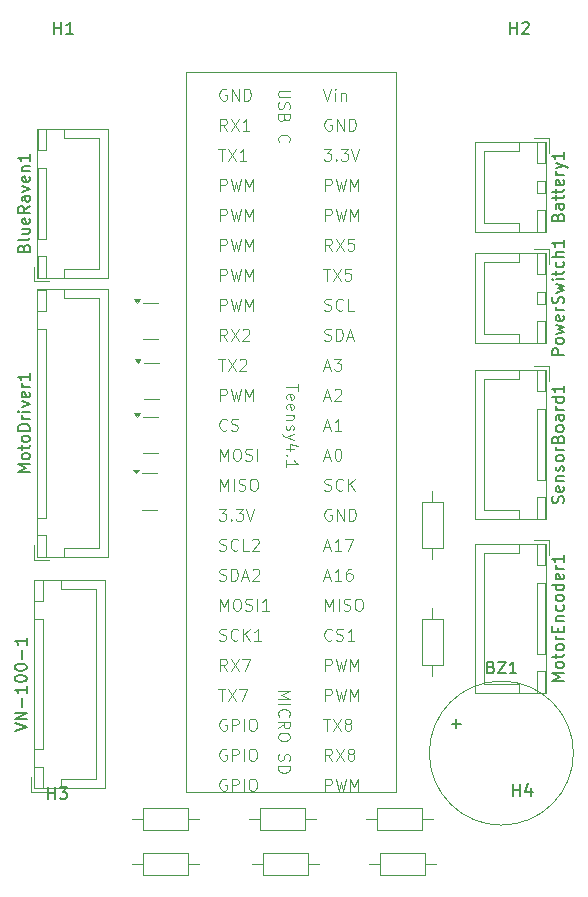
<source format=gbr>
%TF.GenerationSoftware,KiCad,Pcbnew,8.0.2-1*%
%TF.CreationDate,2024-09-30T15:02:25-04:00*%
%TF.ProjectId,Airbrake_ComputeBoard,41697262-7261-46b6-955f-436f6d707574,rev?*%
%TF.SameCoordinates,Original*%
%TF.FileFunction,Legend,Top*%
%TF.FilePolarity,Positive*%
%FSLAX46Y46*%
G04 Gerber Fmt 4.6, Leading zero omitted, Abs format (unit mm)*
G04 Created by KiCad (PCBNEW 8.0.2-1) date 2024-09-30 15:02:25*
%MOMM*%
%LPD*%
G01*
G04 APERTURE LIST*
%ADD10C,0.150000*%
%ADD11C,0.100000*%
%ADD12C,0.120000*%
G04 APERTURE END LIST*
D10*
X137668095Y-128588819D02*
X137668095Y-127588819D01*
X137668095Y-128065009D02*
X138239523Y-128065009D01*
X138239523Y-128588819D02*
X138239523Y-127588819D01*
X138620476Y-127588819D02*
X139239523Y-127588819D01*
X139239523Y-127588819D02*
X138906190Y-127969771D01*
X138906190Y-127969771D02*
X139049047Y-127969771D01*
X139049047Y-127969771D02*
X139144285Y-128017390D01*
X139144285Y-128017390D02*
X139191904Y-128065009D01*
X139191904Y-128065009D02*
X139239523Y-128160247D01*
X139239523Y-128160247D02*
X139239523Y-128398342D01*
X139239523Y-128398342D02*
X139191904Y-128493580D01*
X139191904Y-128493580D02*
X139144285Y-128541200D01*
X139144285Y-128541200D02*
X139049047Y-128588819D01*
X139049047Y-128588819D02*
X138763333Y-128588819D01*
X138763333Y-128588819D02*
X138668095Y-128541200D01*
X138668095Y-128541200D02*
X138620476Y-128493580D01*
X135573009Y-81933905D02*
X135620628Y-81791048D01*
X135620628Y-81791048D02*
X135668247Y-81743429D01*
X135668247Y-81743429D02*
X135763485Y-81695810D01*
X135763485Y-81695810D02*
X135906342Y-81695810D01*
X135906342Y-81695810D02*
X136001580Y-81743429D01*
X136001580Y-81743429D02*
X136049200Y-81791048D01*
X136049200Y-81791048D02*
X136096819Y-81886286D01*
X136096819Y-81886286D02*
X136096819Y-82267238D01*
X136096819Y-82267238D02*
X135096819Y-82267238D01*
X135096819Y-82267238D02*
X135096819Y-81933905D01*
X135096819Y-81933905D02*
X135144438Y-81838667D01*
X135144438Y-81838667D02*
X135192057Y-81791048D01*
X135192057Y-81791048D02*
X135287295Y-81743429D01*
X135287295Y-81743429D02*
X135382533Y-81743429D01*
X135382533Y-81743429D02*
X135477771Y-81791048D01*
X135477771Y-81791048D02*
X135525390Y-81838667D01*
X135525390Y-81838667D02*
X135573009Y-81933905D01*
X135573009Y-81933905D02*
X135573009Y-82267238D01*
X136096819Y-81124381D02*
X136049200Y-81219619D01*
X136049200Y-81219619D02*
X135953961Y-81267238D01*
X135953961Y-81267238D02*
X135096819Y-81267238D01*
X135430152Y-80314857D02*
X136096819Y-80314857D01*
X135430152Y-80743428D02*
X135953961Y-80743428D01*
X135953961Y-80743428D02*
X136049200Y-80695809D01*
X136049200Y-80695809D02*
X136096819Y-80600571D01*
X136096819Y-80600571D02*
X136096819Y-80457714D01*
X136096819Y-80457714D02*
X136049200Y-80362476D01*
X136049200Y-80362476D02*
X136001580Y-80314857D01*
X136049200Y-79457714D02*
X136096819Y-79552952D01*
X136096819Y-79552952D02*
X136096819Y-79743428D01*
X136096819Y-79743428D02*
X136049200Y-79838666D01*
X136049200Y-79838666D02*
X135953961Y-79886285D01*
X135953961Y-79886285D02*
X135573009Y-79886285D01*
X135573009Y-79886285D02*
X135477771Y-79838666D01*
X135477771Y-79838666D02*
X135430152Y-79743428D01*
X135430152Y-79743428D02*
X135430152Y-79552952D01*
X135430152Y-79552952D02*
X135477771Y-79457714D01*
X135477771Y-79457714D02*
X135573009Y-79410095D01*
X135573009Y-79410095D02*
X135668247Y-79410095D01*
X135668247Y-79410095D02*
X135763485Y-79886285D01*
X136096819Y-78410095D02*
X135620628Y-78743428D01*
X136096819Y-78981523D02*
X135096819Y-78981523D01*
X135096819Y-78981523D02*
X135096819Y-78600571D01*
X135096819Y-78600571D02*
X135144438Y-78505333D01*
X135144438Y-78505333D02*
X135192057Y-78457714D01*
X135192057Y-78457714D02*
X135287295Y-78410095D01*
X135287295Y-78410095D02*
X135430152Y-78410095D01*
X135430152Y-78410095D02*
X135525390Y-78457714D01*
X135525390Y-78457714D02*
X135573009Y-78505333D01*
X135573009Y-78505333D02*
X135620628Y-78600571D01*
X135620628Y-78600571D02*
X135620628Y-78981523D01*
X136096819Y-77552952D02*
X135573009Y-77552952D01*
X135573009Y-77552952D02*
X135477771Y-77600571D01*
X135477771Y-77600571D02*
X135430152Y-77695809D01*
X135430152Y-77695809D02*
X135430152Y-77886285D01*
X135430152Y-77886285D02*
X135477771Y-77981523D01*
X136049200Y-77552952D02*
X136096819Y-77648190D01*
X136096819Y-77648190D02*
X136096819Y-77886285D01*
X136096819Y-77886285D02*
X136049200Y-77981523D01*
X136049200Y-77981523D02*
X135953961Y-78029142D01*
X135953961Y-78029142D02*
X135858723Y-78029142D01*
X135858723Y-78029142D02*
X135763485Y-77981523D01*
X135763485Y-77981523D02*
X135715866Y-77886285D01*
X135715866Y-77886285D02*
X135715866Y-77648190D01*
X135715866Y-77648190D02*
X135668247Y-77552952D01*
X135430152Y-77171999D02*
X136096819Y-76933904D01*
X136096819Y-76933904D02*
X135430152Y-76695809D01*
X136049200Y-75933904D02*
X136096819Y-76029142D01*
X136096819Y-76029142D02*
X136096819Y-76219618D01*
X136096819Y-76219618D02*
X136049200Y-76314856D01*
X136049200Y-76314856D02*
X135953961Y-76362475D01*
X135953961Y-76362475D02*
X135573009Y-76362475D01*
X135573009Y-76362475D02*
X135477771Y-76314856D01*
X135477771Y-76314856D02*
X135430152Y-76219618D01*
X135430152Y-76219618D02*
X135430152Y-76029142D01*
X135430152Y-76029142D02*
X135477771Y-75933904D01*
X135477771Y-75933904D02*
X135573009Y-75886285D01*
X135573009Y-75886285D02*
X135668247Y-75886285D01*
X135668247Y-75886285D02*
X135763485Y-76362475D01*
X135430152Y-75457713D02*
X136096819Y-75457713D01*
X135525390Y-75457713D02*
X135477771Y-75410094D01*
X135477771Y-75410094D02*
X135430152Y-75314856D01*
X135430152Y-75314856D02*
X135430152Y-75171999D01*
X135430152Y-75171999D02*
X135477771Y-75076761D01*
X135477771Y-75076761D02*
X135573009Y-75029142D01*
X135573009Y-75029142D02*
X136096819Y-75029142D01*
X136096819Y-74029142D02*
X136096819Y-74600570D01*
X136096819Y-74314856D02*
X135096819Y-74314856D01*
X135096819Y-74314856D02*
X135239676Y-74410094D01*
X135239676Y-74410094D02*
X135334914Y-74505332D01*
X135334914Y-74505332D02*
X135382533Y-74600570D01*
D11*
X158784580Y-93464571D02*
X158784580Y-94035999D01*
X157784580Y-93750285D02*
X158784580Y-93750285D01*
X157832200Y-94750285D02*
X157784580Y-94655047D01*
X157784580Y-94655047D02*
X157784580Y-94464571D01*
X157784580Y-94464571D02*
X157832200Y-94369333D01*
X157832200Y-94369333D02*
X157927438Y-94321714D01*
X157927438Y-94321714D02*
X158308390Y-94321714D01*
X158308390Y-94321714D02*
X158403628Y-94369333D01*
X158403628Y-94369333D02*
X158451247Y-94464571D01*
X158451247Y-94464571D02*
X158451247Y-94655047D01*
X158451247Y-94655047D02*
X158403628Y-94750285D01*
X158403628Y-94750285D02*
X158308390Y-94797904D01*
X158308390Y-94797904D02*
X158213152Y-94797904D01*
X158213152Y-94797904D02*
X158117914Y-94321714D01*
X157832200Y-95607428D02*
X157784580Y-95512190D01*
X157784580Y-95512190D02*
X157784580Y-95321714D01*
X157784580Y-95321714D02*
X157832200Y-95226476D01*
X157832200Y-95226476D02*
X157927438Y-95178857D01*
X157927438Y-95178857D02*
X158308390Y-95178857D01*
X158308390Y-95178857D02*
X158403628Y-95226476D01*
X158403628Y-95226476D02*
X158451247Y-95321714D01*
X158451247Y-95321714D02*
X158451247Y-95512190D01*
X158451247Y-95512190D02*
X158403628Y-95607428D01*
X158403628Y-95607428D02*
X158308390Y-95655047D01*
X158308390Y-95655047D02*
X158213152Y-95655047D01*
X158213152Y-95655047D02*
X158117914Y-95178857D01*
X158451247Y-96083619D02*
X157784580Y-96083619D01*
X158356009Y-96083619D02*
X158403628Y-96131238D01*
X158403628Y-96131238D02*
X158451247Y-96226476D01*
X158451247Y-96226476D02*
X158451247Y-96369333D01*
X158451247Y-96369333D02*
X158403628Y-96464571D01*
X158403628Y-96464571D02*
X158308390Y-96512190D01*
X158308390Y-96512190D02*
X157784580Y-96512190D01*
X157832200Y-96940762D02*
X157784580Y-97036000D01*
X157784580Y-97036000D02*
X157784580Y-97226476D01*
X157784580Y-97226476D02*
X157832200Y-97321714D01*
X157832200Y-97321714D02*
X157927438Y-97369333D01*
X157927438Y-97369333D02*
X157975057Y-97369333D01*
X157975057Y-97369333D02*
X158070295Y-97321714D01*
X158070295Y-97321714D02*
X158117914Y-97226476D01*
X158117914Y-97226476D02*
X158117914Y-97083619D01*
X158117914Y-97083619D02*
X158165533Y-96988381D01*
X158165533Y-96988381D02*
X158260771Y-96940762D01*
X158260771Y-96940762D02*
X158308390Y-96940762D01*
X158308390Y-96940762D02*
X158403628Y-96988381D01*
X158403628Y-96988381D02*
X158451247Y-97083619D01*
X158451247Y-97083619D02*
X158451247Y-97226476D01*
X158451247Y-97226476D02*
X158403628Y-97321714D01*
X158451247Y-97702667D02*
X157784580Y-97940762D01*
X158451247Y-98178857D02*
X157784580Y-97940762D01*
X157784580Y-97940762D02*
X157546485Y-97845524D01*
X157546485Y-97845524D02*
X157498866Y-97797905D01*
X157498866Y-97797905D02*
X157451247Y-97702667D01*
X158451247Y-98988381D02*
X157784580Y-98988381D01*
X158832200Y-98750286D02*
X158117914Y-98512191D01*
X158117914Y-98512191D02*
X158117914Y-99131238D01*
X157879819Y-99512191D02*
X157832200Y-99559810D01*
X157832200Y-99559810D02*
X157784580Y-99512191D01*
X157784580Y-99512191D02*
X157832200Y-99464572D01*
X157832200Y-99464572D02*
X157879819Y-99512191D01*
X157879819Y-99512191D02*
X157784580Y-99512191D01*
X157784580Y-100512190D02*
X157784580Y-99940762D01*
X157784580Y-100226476D02*
X158784580Y-100226476D01*
X158784580Y-100226476D02*
X158641723Y-100131238D01*
X158641723Y-100131238D02*
X158546485Y-100036000D01*
X158546485Y-100036000D02*
X158498866Y-99940762D01*
X152719693Y-121856038D02*
X152624455Y-121808419D01*
X152624455Y-121808419D02*
X152481598Y-121808419D01*
X152481598Y-121808419D02*
X152338741Y-121856038D01*
X152338741Y-121856038D02*
X152243503Y-121951276D01*
X152243503Y-121951276D02*
X152195884Y-122046514D01*
X152195884Y-122046514D02*
X152148265Y-122236990D01*
X152148265Y-122236990D02*
X152148265Y-122379847D01*
X152148265Y-122379847D02*
X152195884Y-122570323D01*
X152195884Y-122570323D02*
X152243503Y-122665561D01*
X152243503Y-122665561D02*
X152338741Y-122760800D01*
X152338741Y-122760800D02*
X152481598Y-122808419D01*
X152481598Y-122808419D02*
X152576836Y-122808419D01*
X152576836Y-122808419D02*
X152719693Y-122760800D01*
X152719693Y-122760800D02*
X152767312Y-122713180D01*
X152767312Y-122713180D02*
X152767312Y-122379847D01*
X152767312Y-122379847D02*
X152576836Y-122379847D01*
X153195884Y-122808419D02*
X153195884Y-121808419D01*
X153195884Y-121808419D02*
X153576836Y-121808419D01*
X153576836Y-121808419D02*
X153672074Y-121856038D01*
X153672074Y-121856038D02*
X153719693Y-121903657D01*
X153719693Y-121903657D02*
X153767312Y-121998895D01*
X153767312Y-121998895D02*
X153767312Y-122141752D01*
X153767312Y-122141752D02*
X153719693Y-122236990D01*
X153719693Y-122236990D02*
X153672074Y-122284609D01*
X153672074Y-122284609D02*
X153576836Y-122332228D01*
X153576836Y-122332228D02*
X153195884Y-122332228D01*
X154195884Y-122808419D02*
X154195884Y-121808419D01*
X154862550Y-121808419D02*
X155053026Y-121808419D01*
X155053026Y-121808419D02*
X155148264Y-121856038D01*
X155148264Y-121856038D02*
X155243502Y-121951276D01*
X155243502Y-121951276D02*
X155291121Y-122141752D01*
X155291121Y-122141752D02*
X155291121Y-122475085D01*
X155291121Y-122475085D02*
X155243502Y-122665561D01*
X155243502Y-122665561D02*
X155148264Y-122760800D01*
X155148264Y-122760800D02*
X155053026Y-122808419D01*
X155053026Y-122808419D02*
X154862550Y-122808419D01*
X154862550Y-122808419D02*
X154767312Y-122760800D01*
X154767312Y-122760800D02*
X154672074Y-122665561D01*
X154672074Y-122665561D02*
X154624455Y-122475085D01*
X154624455Y-122475085D02*
X154624455Y-122141752D01*
X154624455Y-122141752D02*
X154672074Y-121951276D01*
X154672074Y-121951276D02*
X154767312Y-121856038D01*
X154767312Y-121856038D02*
X154862550Y-121808419D01*
X152053027Y-73548419D02*
X152624455Y-73548419D01*
X152338741Y-74548419D02*
X152338741Y-73548419D01*
X152862551Y-73548419D02*
X153529217Y-74548419D01*
X153529217Y-73548419D02*
X152862551Y-74548419D01*
X154433979Y-74548419D02*
X153862551Y-74548419D01*
X154148265Y-74548419D02*
X154148265Y-73548419D01*
X154148265Y-73548419D02*
X154053027Y-73691276D01*
X154053027Y-73691276D02*
X153957789Y-73786514D01*
X153957789Y-73786514D02*
X153862551Y-73834133D01*
X152195884Y-84708419D02*
X152195884Y-83708419D01*
X152195884Y-83708419D02*
X152576836Y-83708419D01*
X152576836Y-83708419D02*
X152672074Y-83756038D01*
X152672074Y-83756038D02*
X152719693Y-83803657D01*
X152719693Y-83803657D02*
X152767312Y-83898895D01*
X152767312Y-83898895D02*
X152767312Y-84041752D01*
X152767312Y-84041752D02*
X152719693Y-84136990D01*
X152719693Y-84136990D02*
X152672074Y-84184609D01*
X152672074Y-84184609D02*
X152576836Y-84232228D01*
X152576836Y-84232228D02*
X152195884Y-84232228D01*
X153100646Y-83708419D02*
X153338741Y-84708419D01*
X153338741Y-84708419D02*
X153529217Y-83994133D01*
X153529217Y-83994133D02*
X153719693Y-84708419D01*
X153719693Y-84708419D02*
X153957789Y-83708419D01*
X154338741Y-84708419D02*
X154338741Y-83708419D01*
X154338741Y-83708419D02*
X154672074Y-84422704D01*
X154672074Y-84422704D02*
X155005407Y-83708419D01*
X155005407Y-83708419D02*
X155005407Y-84708419D01*
X161038265Y-99662704D02*
X161514455Y-99662704D01*
X160943027Y-99948419D02*
X161276360Y-98948419D01*
X161276360Y-98948419D02*
X161609693Y-99948419D01*
X162133503Y-98948419D02*
X162228741Y-98948419D01*
X162228741Y-98948419D02*
X162323979Y-98996038D01*
X162323979Y-98996038D02*
X162371598Y-99043657D01*
X162371598Y-99043657D02*
X162419217Y-99138895D01*
X162419217Y-99138895D02*
X162466836Y-99329371D01*
X162466836Y-99329371D02*
X162466836Y-99567466D01*
X162466836Y-99567466D02*
X162419217Y-99757942D01*
X162419217Y-99757942D02*
X162371598Y-99853180D01*
X162371598Y-99853180D02*
X162323979Y-99900800D01*
X162323979Y-99900800D02*
X162228741Y-99948419D01*
X162228741Y-99948419D02*
X162133503Y-99948419D01*
X162133503Y-99948419D02*
X162038265Y-99900800D01*
X162038265Y-99900800D02*
X161990646Y-99853180D01*
X161990646Y-99853180D02*
X161943027Y-99757942D01*
X161943027Y-99757942D02*
X161895408Y-99567466D01*
X161895408Y-99567466D02*
X161895408Y-99329371D01*
X161895408Y-99329371D02*
X161943027Y-99138895D01*
X161943027Y-99138895D02*
X161990646Y-99043657D01*
X161990646Y-99043657D02*
X162038265Y-98996038D01*
X162038265Y-98996038D02*
X162133503Y-98948419D01*
X161085884Y-77088419D02*
X161085884Y-76088419D01*
X161085884Y-76088419D02*
X161466836Y-76088419D01*
X161466836Y-76088419D02*
X161562074Y-76136038D01*
X161562074Y-76136038D02*
X161609693Y-76183657D01*
X161609693Y-76183657D02*
X161657312Y-76278895D01*
X161657312Y-76278895D02*
X161657312Y-76421752D01*
X161657312Y-76421752D02*
X161609693Y-76516990D01*
X161609693Y-76516990D02*
X161562074Y-76564609D01*
X161562074Y-76564609D02*
X161466836Y-76612228D01*
X161466836Y-76612228D02*
X161085884Y-76612228D01*
X161990646Y-76088419D02*
X162228741Y-77088419D01*
X162228741Y-77088419D02*
X162419217Y-76374133D01*
X162419217Y-76374133D02*
X162609693Y-77088419D01*
X162609693Y-77088419D02*
X162847789Y-76088419D01*
X163228741Y-77088419D02*
X163228741Y-76088419D01*
X163228741Y-76088419D02*
X163562074Y-76802704D01*
X163562074Y-76802704D02*
X163895407Y-76088419D01*
X163895407Y-76088419D02*
X163895407Y-77088419D01*
X161085884Y-79628419D02*
X161085884Y-78628419D01*
X161085884Y-78628419D02*
X161466836Y-78628419D01*
X161466836Y-78628419D02*
X161562074Y-78676038D01*
X161562074Y-78676038D02*
X161609693Y-78723657D01*
X161609693Y-78723657D02*
X161657312Y-78818895D01*
X161657312Y-78818895D02*
X161657312Y-78961752D01*
X161657312Y-78961752D02*
X161609693Y-79056990D01*
X161609693Y-79056990D02*
X161562074Y-79104609D01*
X161562074Y-79104609D02*
X161466836Y-79152228D01*
X161466836Y-79152228D02*
X161085884Y-79152228D01*
X161990646Y-78628419D02*
X162228741Y-79628419D01*
X162228741Y-79628419D02*
X162419217Y-78914133D01*
X162419217Y-78914133D02*
X162609693Y-79628419D01*
X162609693Y-79628419D02*
X162847789Y-78628419D01*
X163228741Y-79628419D02*
X163228741Y-78628419D01*
X163228741Y-78628419D02*
X163562074Y-79342704D01*
X163562074Y-79342704D02*
X163895407Y-78628419D01*
X163895407Y-78628419D02*
X163895407Y-79628419D01*
X160943027Y-83708419D02*
X161514455Y-83708419D01*
X161228741Y-84708419D02*
X161228741Y-83708419D01*
X161752551Y-83708419D02*
X162419217Y-84708419D01*
X162419217Y-83708419D02*
X161752551Y-84708419D01*
X163276360Y-83708419D02*
X162800170Y-83708419D01*
X162800170Y-83708419D02*
X162752551Y-84184609D01*
X162752551Y-84184609D02*
X162800170Y-84136990D01*
X162800170Y-84136990D02*
X162895408Y-84089371D01*
X162895408Y-84089371D02*
X163133503Y-84089371D01*
X163133503Y-84089371D02*
X163228741Y-84136990D01*
X163228741Y-84136990D02*
X163276360Y-84184609D01*
X163276360Y-84184609D02*
X163323979Y-84279847D01*
X163323979Y-84279847D02*
X163323979Y-84517942D01*
X163323979Y-84517942D02*
X163276360Y-84613180D01*
X163276360Y-84613180D02*
X163228741Y-84660800D01*
X163228741Y-84660800D02*
X163133503Y-84708419D01*
X163133503Y-84708419D02*
X162895408Y-84708419D01*
X162895408Y-84708419D02*
X162800170Y-84660800D01*
X162800170Y-84660800D02*
X162752551Y-84613180D01*
X152195884Y-87248419D02*
X152195884Y-86248419D01*
X152195884Y-86248419D02*
X152576836Y-86248419D01*
X152576836Y-86248419D02*
X152672074Y-86296038D01*
X152672074Y-86296038D02*
X152719693Y-86343657D01*
X152719693Y-86343657D02*
X152767312Y-86438895D01*
X152767312Y-86438895D02*
X152767312Y-86581752D01*
X152767312Y-86581752D02*
X152719693Y-86676990D01*
X152719693Y-86676990D02*
X152672074Y-86724609D01*
X152672074Y-86724609D02*
X152576836Y-86772228D01*
X152576836Y-86772228D02*
X152195884Y-86772228D01*
X153100646Y-86248419D02*
X153338741Y-87248419D01*
X153338741Y-87248419D02*
X153529217Y-86534133D01*
X153529217Y-86534133D02*
X153719693Y-87248419D01*
X153719693Y-87248419D02*
X153957789Y-86248419D01*
X154338741Y-87248419D02*
X154338741Y-86248419D01*
X154338741Y-86248419D02*
X154672074Y-86962704D01*
X154672074Y-86962704D02*
X155005407Y-86248419D01*
X155005407Y-86248419D02*
X155005407Y-87248419D01*
X152719693Y-68516038D02*
X152624455Y-68468419D01*
X152624455Y-68468419D02*
X152481598Y-68468419D01*
X152481598Y-68468419D02*
X152338741Y-68516038D01*
X152338741Y-68516038D02*
X152243503Y-68611276D01*
X152243503Y-68611276D02*
X152195884Y-68706514D01*
X152195884Y-68706514D02*
X152148265Y-68896990D01*
X152148265Y-68896990D02*
X152148265Y-69039847D01*
X152148265Y-69039847D02*
X152195884Y-69230323D01*
X152195884Y-69230323D02*
X152243503Y-69325561D01*
X152243503Y-69325561D02*
X152338741Y-69420800D01*
X152338741Y-69420800D02*
X152481598Y-69468419D01*
X152481598Y-69468419D02*
X152576836Y-69468419D01*
X152576836Y-69468419D02*
X152719693Y-69420800D01*
X152719693Y-69420800D02*
X152767312Y-69373180D01*
X152767312Y-69373180D02*
X152767312Y-69039847D01*
X152767312Y-69039847D02*
X152576836Y-69039847D01*
X153195884Y-69468419D02*
X153195884Y-68468419D01*
X153195884Y-68468419D02*
X153767312Y-69468419D01*
X153767312Y-69468419D02*
X153767312Y-68468419D01*
X154243503Y-69468419D02*
X154243503Y-68468419D01*
X154243503Y-68468419D02*
X154481598Y-68468419D01*
X154481598Y-68468419D02*
X154624455Y-68516038D01*
X154624455Y-68516038D02*
X154719693Y-68611276D01*
X154719693Y-68611276D02*
X154767312Y-68706514D01*
X154767312Y-68706514D02*
X154814931Y-68896990D01*
X154814931Y-68896990D02*
X154814931Y-69039847D01*
X154814931Y-69039847D02*
X154767312Y-69230323D01*
X154767312Y-69230323D02*
X154719693Y-69325561D01*
X154719693Y-69325561D02*
X154624455Y-69420800D01*
X154624455Y-69420800D02*
X154481598Y-69468419D01*
X154481598Y-69468419D02*
X154243503Y-69468419D01*
X161038265Y-102440800D02*
X161181122Y-102488419D01*
X161181122Y-102488419D02*
X161419217Y-102488419D01*
X161419217Y-102488419D02*
X161514455Y-102440800D01*
X161514455Y-102440800D02*
X161562074Y-102393180D01*
X161562074Y-102393180D02*
X161609693Y-102297942D01*
X161609693Y-102297942D02*
X161609693Y-102202704D01*
X161609693Y-102202704D02*
X161562074Y-102107466D01*
X161562074Y-102107466D02*
X161514455Y-102059847D01*
X161514455Y-102059847D02*
X161419217Y-102012228D01*
X161419217Y-102012228D02*
X161228741Y-101964609D01*
X161228741Y-101964609D02*
X161133503Y-101916990D01*
X161133503Y-101916990D02*
X161085884Y-101869371D01*
X161085884Y-101869371D02*
X161038265Y-101774133D01*
X161038265Y-101774133D02*
X161038265Y-101678895D01*
X161038265Y-101678895D02*
X161085884Y-101583657D01*
X161085884Y-101583657D02*
X161133503Y-101536038D01*
X161133503Y-101536038D02*
X161228741Y-101488419D01*
X161228741Y-101488419D02*
X161466836Y-101488419D01*
X161466836Y-101488419D02*
X161609693Y-101536038D01*
X162609693Y-102393180D02*
X162562074Y-102440800D01*
X162562074Y-102440800D02*
X162419217Y-102488419D01*
X162419217Y-102488419D02*
X162323979Y-102488419D01*
X162323979Y-102488419D02*
X162181122Y-102440800D01*
X162181122Y-102440800D02*
X162085884Y-102345561D01*
X162085884Y-102345561D02*
X162038265Y-102250323D01*
X162038265Y-102250323D02*
X161990646Y-102059847D01*
X161990646Y-102059847D02*
X161990646Y-101916990D01*
X161990646Y-101916990D02*
X162038265Y-101726514D01*
X162038265Y-101726514D02*
X162085884Y-101631276D01*
X162085884Y-101631276D02*
X162181122Y-101536038D01*
X162181122Y-101536038D02*
X162323979Y-101488419D01*
X162323979Y-101488419D02*
X162419217Y-101488419D01*
X162419217Y-101488419D02*
X162562074Y-101536038D01*
X162562074Y-101536038D02*
X162609693Y-101583657D01*
X163038265Y-102488419D02*
X163038265Y-101488419D01*
X163609693Y-102488419D02*
X163181122Y-101916990D01*
X163609693Y-101488419D02*
X163038265Y-102059847D01*
X161038265Y-97122704D02*
X161514455Y-97122704D01*
X160943027Y-97408419D02*
X161276360Y-96408419D01*
X161276360Y-96408419D02*
X161609693Y-97408419D01*
X162466836Y-97408419D02*
X161895408Y-97408419D01*
X162181122Y-97408419D02*
X162181122Y-96408419D01*
X162181122Y-96408419D02*
X162085884Y-96551276D01*
X162085884Y-96551276D02*
X161990646Y-96646514D01*
X161990646Y-96646514D02*
X161895408Y-96694133D01*
X161085884Y-112648419D02*
X161085884Y-111648419D01*
X161085884Y-111648419D02*
X161419217Y-112362704D01*
X161419217Y-112362704D02*
X161752550Y-111648419D01*
X161752550Y-111648419D02*
X161752550Y-112648419D01*
X162228741Y-112648419D02*
X162228741Y-111648419D01*
X162657312Y-112600800D02*
X162800169Y-112648419D01*
X162800169Y-112648419D02*
X163038264Y-112648419D01*
X163038264Y-112648419D02*
X163133502Y-112600800D01*
X163133502Y-112600800D02*
X163181121Y-112553180D01*
X163181121Y-112553180D02*
X163228740Y-112457942D01*
X163228740Y-112457942D02*
X163228740Y-112362704D01*
X163228740Y-112362704D02*
X163181121Y-112267466D01*
X163181121Y-112267466D02*
X163133502Y-112219847D01*
X163133502Y-112219847D02*
X163038264Y-112172228D01*
X163038264Y-112172228D02*
X162847788Y-112124609D01*
X162847788Y-112124609D02*
X162752550Y-112076990D01*
X162752550Y-112076990D02*
X162704931Y-112029371D01*
X162704931Y-112029371D02*
X162657312Y-111934133D01*
X162657312Y-111934133D02*
X162657312Y-111838895D01*
X162657312Y-111838895D02*
X162704931Y-111743657D01*
X162704931Y-111743657D02*
X162752550Y-111696038D01*
X162752550Y-111696038D02*
X162847788Y-111648419D01*
X162847788Y-111648419D02*
X163085883Y-111648419D01*
X163085883Y-111648419D02*
X163228740Y-111696038D01*
X163847788Y-111648419D02*
X164038264Y-111648419D01*
X164038264Y-111648419D02*
X164133502Y-111696038D01*
X164133502Y-111696038D02*
X164228740Y-111791276D01*
X164228740Y-111791276D02*
X164276359Y-111981752D01*
X164276359Y-111981752D02*
X164276359Y-112315085D01*
X164276359Y-112315085D02*
X164228740Y-112505561D01*
X164228740Y-112505561D02*
X164133502Y-112600800D01*
X164133502Y-112600800D02*
X164038264Y-112648419D01*
X164038264Y-112648419D02*
X163847788Y-112648419D01*
X163847788Y-112648419D02*
X163752550Y-112600800D01*
X163752550Y-112600800D02*
X163657312Y-112505561D01*
X163657312Y-112505561D02*
X163609693Y-112315085D01*
X163609693Y-112315085D02*
X163609693Y-111981752D01*
X163609693Y-111981752D02*
X163657312Y-111791276D01*
X163657312Y-111791276D02*
X163752550Y-111696038D01*
X163752550Y-111696038D02*
X163847788Y-111648419D01*
X152195884Y-77088419D02*
X152195884Y-76088419D01*
X152195884Y-76088419D02*
X152576836Y-76088419D01*
X152576836Y-76088419D02*
X152672074Y-76136038D01*
X152672074Y-76136038D02*
X152719693Y-76183657D01*
X152719693Y-76183657D02*
X152767312Y-76278895D01*
X152767312Y-76278895D02*
X152767312Y-76421752D01*
X152767312Y-76421752D02*
X152719693Y-76516990D01*
X152719693Y-76516990D02*
X152672074Y-76564609D01*
X152672074Y-76564609D02*
X152576836Y-76612228D01*
X152576836Y-76612228D02*
X152195884Y-76612228D01*
X153100646Y-76088419D02*
X153338741Y-77088419D01*
X153338741Y-77088419D02*
X153529217Y-76374133D01*
X153529217Y-76374133D02*
X153719693Y-77088419D01*
X153719693Y-77088419D02*
X153957789Y-76088419D01*
X154338741Y-77088419D02*
X154338741Y-76088419D01*
X154338741Y-76088419D02*
X154672074Y-76802704D01*
X154672074Y-76802704D02*
X155005407Y-76088419D01*
X155005407Y-76088419D02*
X155005407Y-77088419D01*
X161038265Y-109822704D02*
X161514455Y-109822704D01*
X160943027Y-110108419D02*
X161276360Y-109108419D01*
X161276360Y-109108419D02*
X161609693Y-110108419D01*
X162466836Y-110108419D02*
X161895408Y-110108419D01*
X162181122Y-110108419D02*
X162181122Y-109108419D01*
X162181122Y-109108419D02*
X162085884Y-109251276D01*
X162085884Y-109251276D02*
X161990646Y-109346514D01*
X161990646Y-109346514D02*
X161895408Y-109394133D01*
X163323979Y-109108419D02*
X163133503Y-109108419D01*
X163133503Y-109108419D02*
X163038265Y-109156038D01*
X163038265Y-109156038D02*
X162990646Y-109203657D01*
X162990646Y-109203657D02*
X162895408Y-109346514D01*
X162895408Y-109346514D02*
X162847789Y-109536990D01*
X162847789Y-109536990D02*
X162847789Y-109917942D01*
X162847789Y-109917942D02*
X162895408Y-110013180D01*
X162895408Y-110013180D02*
X162943027Y-110060800D01*
X162943027Y-110060800D02*
X163038265Y-110108419D01*
X163038265Y-110108419D02*
X163228741Y-110108419D01*
X163228741Y-110108419D02*
X163323979Y-110060800D01*
X163323979Y-110060800D02*
X163371598Y-110013180D01*
X163371598Y-110013180D02*
X163419217Y-109917942D01*
X163419217Y-109917942D02*
X163419217Y-109679847D01*
X163419217Y-109679847D02*
X163371598Y-109584609D01*
X163371598Y-109584609D02*
X163323979Y-109536990D01*
X163323979Y-109536990D02*
X163228741Y-109489371D01*
X163228741Y-109489371D02*
X163038265Y-109489371D01*
X163038265Y-109489371D02*
X162943027Y-109536990D01*
X162943027Y-109536990D02*
X162895408Y-109584609D01*
X162895408Y-109584609D02*
X162847789Y-109679847D01*
X161085884Y-120268419D02*
X161085884Y-119268419D01*
X161085884Y-119268419D02*
X161466836Y-119268419D01*
X161466836Y-119268419D02*
X161562074Y-119316038D01*
X161562074Y-119316038D02*
X161609693Y-119363657D01*
X161609693Y-119363657D02*
X161657312Y-119458895D01*
X161657312Y-119458895D02*
X161657312Y-119601752D01*
X161657312Y-119601752D02*
X161609693Y-119696990D01*
X161609693Y-119696990D02*
X161562074Y-119744609D01*
X161562074Y-119744609D02*
X161466836Y-119792228D01*
X161466836Y-119792228D02*
X161085884Y-119792228D01*
X161990646Y-119268419D02*
X162228741Y-120268419D01*
X162228741Y-120268419D02*
X162419217Y-119554133D01*
X162419217Y-119554133D02*
X162609693Y-120268419D01*
X162609693Y-120268419D02*
X162847789Y-119268419D01*
X163228741Y-120268419D02*
X163228741Y-119268419D01*
X163228741Y-119268419D02*
X163562074Y-119982704D01*
X163562074Y-119982704D02*
X163895407Y-119268419D01*
X163895407Y-119268419D02*
X163895407Y-120268419D01*
X161657312Y-82168419D02*
X161323979Y-81692228D01*
X161085884Y-82168419D02*
X161085884Y-81168419D01*
X161085884Y-81168419D02*
X161466836Y-81168419D01*
X161466836Y-81168419D02*
X161562074Y-81216038D01*
X161562074Y-81216038D02*
X161609693Y-81263657D01*
X161609693Y-81263657D02*
X161657312Y-81358895D01*
X161657312Y-81358895D02*
X161657312Y-81501752D01*
X161657312Y-81501752D02*
X161609693Y-81596990D01*
X161609693Y-81596990D02*
X161562074Y-81644609D01*
X161562074Y-81644609D02*
X161466836Y-81692228D01*
X161466836Y-81692228D02*
X161085884Y-81692228D01*
X161990646Y-81168419D02*
X162657312Y-82168419D01*
X162657312Y-81168419D02*
X161990646Y-82168419D01*
X163514455Y-81168419D02*
X163038265Y-81168419D01*
X163038265Y-81168419D02*
X162990646Y-81644609D01*
X162990646Y-81644609D02*
X163038265Y-81596990D01*
X163038265Y-81596990D02*
X163133503Y-81549371D01*
X163133503Y-81549371D02*
X163371598Y-81549371D01*
X163371598Y-81549371D02*
X163466836Y-81596990D01*
X163466836Y-81596990D02*
X163514455Y-81644609D01*
X163514455Y-81644609D02*
X163562074Y-81739847D01*
X163562074Y-81739847D02*
X163562074Y-81977942D01*
X163562074Y-81977942D02*
X163514455Y-82073180D01*
X163514455Y-82073180D02*
X163466836Y-82120800D01*
X163466836Y-82120800D02*
X163371598Y-82168419D01*
X163371598Y-82168419D02*
X163133503Y-82168419D01*
X163133503Y-82168419D02*
X163038265Y-82120800D01*
X163038265Y-82120800D02*
X162990646Y-82073180D01*
X161609693Y-71056038D02*
X161514455Y-71008419D01*
X161514455Y-71008419D02*
X161371598Y-71008419D01*
X161371598Y-71008419D02*
X161228741Y-71056038D01*
X161228741Y-71056038D02*
X161133503Y-71151276D01*
X161133503Y-71151276D02*
X161085884Y-71246514D01*
X161085884Y-71246514D02*
X161038265Y-71436990D01*
X161038265Y-71436990D02*
X161038265Y-71579847D01*
X161038265Y-71579847D02*
X161085884Y-71770323D01*
X161085884Y-71770323D02*
X161133503Y-71865561D01*
X161133503Y-71865561D02*
X161228741Y-71960800D01*
X161228741Y-71960800D02*
X161371598Y-72008419D01*
X161371598Y-72008419D02*
X161466836Y-72008419D01*
X161466836Y-72008419D02*
X161609693Y-71960800D01*
X161609693Y-71960800D02*
X161657312Y-71913180D01*
X161657312Y-71913180D02*
X161657312Y-71579847D01*
X161657312Y-71579847D02*
X161466836Y-71579847D01*
X162085884Y-72008419D02*
X162085884Y-71008419D01*
X162085884Y-71008419D02*
X162657312Y-72008419D01*
X162657312Y-72008419D02*
X162657312Y-71008419D01*
X163133503Y-72008419D02*
X163133503Y-71008419D01*
X163133503Y-71008419D02*
X163371598Y-71008419D01*
X163371598Y-71008419D02*
X163514455Y-71056038D01*
X163514455Y-71056038D02*
X163609693Y-71151276D01*
X163609693Y-71151276D02*
X163657312Y-71246514D01*
X163657312Y-71246514D02*
X163704931Y-71436990D01*
X163704931Y-71436990D02*
X163704931Y-71579847D01*
X163704931Y-71579847D02*
X163657312Y-71770323D01*
X163657312Y-71770323D02*
X163609693Y-71865561D01*
X163609693Y-71865561D02*
X163514455Y-71960800D01*
X163514455Y-71960800D02*
X163371598Y-72008419D01*
X163371598Y-72008419D02*
X163133503Y-72008419D01*
X161038265Y-87200800D02*
X161181122Y-87248419D01*
X161181122Y-87248419D02*
X161419217Y-87248419D01*
X161419217Y-87248419D02*
X161514455Y-87200800D01*
X161514455Y-87200800D02*
X161562074Y-87153180D01*
X161562074Y-87153180D02*
X161609693Y-87057942D01*
X161609693Y-87057942D02*
X161609693Y-86962704D01*
X161609693Y-86962704D02*
X161562074Y-86867466D01*
X161562074Y-86867466D02*
X161514455Y-86819847D01*
X161514455Y-86819847D02*
X161419217Y-86772228D01*
X161419217Y-86772228D02*
X161228741Y-86724609D01*
X161228741Y-86724609D02*
X161133503Y-86676990D01*
X161133503Y-86676990D02*
X161085884Y-86629371D01*
X161085884Y-86629371D02*
X161038265Y-86534133D01*
X161038265Y-86534133D02*
X161038265Y-86438895D01*
X161038265Y-86438895D02*
X161085884Y-86343657D01*
X161085884Y-86343657D02*
X161133503Y-86296038D01*
X161133503Y-86296038D02*
X161228741Y-86248419D01*
X161228741Y-86248419D02*
X161466836Y-86248419D01*
X161466836Y-86248419D02*
X161609693Y-86296038D01*
X162609693Y-87153180D02*
X162562074Y-87200800D01*
X162562074Y-87200800D02*
X162419217Y-87248419D01*
X162419217Y-87248419D02*
X162323979Y-87248419D01*
X162323979Y-87248419D02*
X162181122Y-87200800D01*
X162181122Y-87200800D02*
X162085884Y-87105561D01*
X162085884Y-87105561D02*
X162038265Y-87010323D01*
X162038265Y-87010323D02*
X161990646Y-86819847D01*
X161990646Y-86819847D02*
X161990646Y-86676990D01*
X161990646Y-86676990D02*
X162038265Y-86486514D01*
X162038265Y-86486514D02*
X162085884Y-86391276D01*
X162085884Y-86391276D02*
X162181122Y-86296038D01*
X162181122Y-86296038D02*
X162323979Y-86248419D01*
X162323979Y-86248419D02*
X162419217Y-86248419D01*
X162419217Y-86248419D02*
X162562074Y-86296038D01*
X162562074Y-86296038D02*
X162609693Y-86343657D01*
X163514455Y-87248419D02*
X163038265Y-87248419D01*
X163038265Y-87248419D02*
X163038265Y-86248419D01*
X152053027Y-119268419D02*
X152624455Y-119268419D01*
X152338741Y-120268419D02*
X152338741Y-119268419D01*
X152862551Y-119268419D02*
X153529217Y-120268419D01*
X153529217Y-119268419D02*
X152862551Y-120268419D01*
X153814932Y-119268419D02*
X154481598Y-119268419D01*
X154481598Y-119268419D02*
X154053027Y-120268419D01*
X152767312Y-72008419D02*
X152433979Y-71532228D01*
X152195884Y-72008419D02*
X152195884Y-71008419D01*
X152195884Y-71008419D02*
X152576836Y-71008419D01*
X152576836Y-71008419D02*
X152672074Y-71056038D01*
X152672074Y-71056038D02*
X152719693Y-71103657D01*
X152719693Y-71103657D02*
X152767312Y-71198895D01*
X152767312Y-71198895D02*
X152767312Y-71341752D01*
X152767312Y-71341752D02*
X152719693Y-71436990D01*
X152719693Y-71436990D02*
X152672074Y-71484609D01*
X152672074Y-71484609D02*
X152576836Y-71532228D01*
X152576836Y-71532228D02*
X152195884Y-71532228D01*
X153100646Y-71008419D02*
X153767312Y-72008419D01*
X153767312Y-71008419D02*
X153100646Y-72008419D01*
X154672074Y-72008419D02*
X154100646Y-72008419D01*
X154386360Y-72008419D02*
X154386360Y-71008419D01*
X154386360Y-71008419D02*
X154291122Y-71151276D01*
X154291122Y-71151276D02*
X154195884Y-71246514D01*
X154195884Y-71246514D02*
X154100646Y-71294133D01*
X161085884Y-127888419D02*
X161085884Y-126888419D01*
X161085884Y-126888419D02*
X161466836Y-126888419D01*
X161466836Y-126888419D02*
X161562074Y-126936038D01*
X161562074Y-126936038D02*
X161609693Y-126983657D01*
X161609693Y-126983657D02*
X161657312Y-127078895D01*
X161657312Y-127078895D02*
X161657312Y-127221752D01*
X161657312Y-127221752D02*
X161609693Y-127316990D01*
X161609693Y-127316990D02*
X161562074Y-127364609D01*
X161562074Y-127364609D02*
X161466836Y-127412228D01*
X161466836Y-127412228D02*
X161085884Y-127412228D01*
X161990646Y-126888419D02*
X162228741Y-127888419D01*
X162228741Y-127888419D02*
X162419217Y-127174133D01*
X162419217Y-127174133D02*
X162609693Y-127888419D01*
X162609693Y-127888419D02*
X162847789Y-126888419D01*
X163228741Y-127888419D02*
X163228741Y-126888419D01*
X163228741Y-126888419D02*
X163562074Y-127602704D01*
X163562074Y-127602704D02*
X163895407Y-126888419D01*
X163895407Y-126888419D02*
X163895407Y-127888419D01*
X161609693Y-104076038D02*
X161514455Y-104028419D01*
X161514455Y-104028419D02*
X161371598Y-104028419D01*
X161371598Y-104028419D02*
X161228741Y-104076038D01*
X161228741Y-104076038D02*
X161133503Y-104171276D01*
X161133503Y-104171276D02*
X161085884Y-104266514D01*
X161085884Y-104266514D02*
X161038265Y-104456990D01*
X161038265Y-104456990D02*
X161038265Y-104599847D01*
X161038265Y-104599847D02*
X161085884Y-104790323D01*
X161085884Y-104790323D02*
X161133503Y-104885561D01*
X161133503Y-104885561D02*
X161228741Y-104980800D01*
X161228741Y-104980800D02*
X161371598Y-105028419D01*
X161371598Y-105028419D02*
X161466836Y-105028419D01*
X161466836Y-105028419D02*
X161609693Y-104980800D01*
X161609693Y-104980800D02*
X161657312Y-104933180D01*
X161657312Y-104933180D02*
X161657312Y-104599847D01*
X161657312Y-104599847D02*
X161466836Y-104599847D01*
X162085884Y-105028419D02*
X162085884Y-104028419D01*
X162085884Y-104028419D02*
X162657312Y-105028419D01*
X162657312Y-105028419D02*
X162657312Y-104028419D01*
X163133503Y-105028419D02*
X163133503Y-104028419D01*
X163133503Y-104028419D02*
X163371598Y-104028419D01*
X163371598Y-104028419D02*
X163514455Y-104076038D01*
X163514455Y-104076038D02*
X163609693Y-104171276D01*
X163609693Y-104171276D02*
X163657312Y-104266514D01*
X163657312Y-104266514D02*
X163704931Y-104456990D01*
X163704931Y-104456990D02*
X163704931Y-104599847D01*
X163704931Y-104599847D02*
X163657312Y-104790323D01*
X163657312Y-104790323D02*
X163609693Y-104885561D01*
X163609693Y-104885561D02*
X163514455Y-104980800D01*
X163514455Y-104980800D02*
X163371598Y-105028419D01*
X163371598Y-105028419D02*
X163133503Y-105028419D01*
X161038265Y-94582704D02*
X161514455Y-94582704D01*
X160943027Y-94868419D02*
X161276360Y-93868419D01*
X161276360Y-93868419D02*
X161609693Y-94868419D01*
X161895408Y-93963657D02*
X161943027Y-93916038D01*
X161943027Y-93916038D02*
X162038265Y-93868419D01*
X162038265Y-93868419D02*
X162276360Y-93868419D01*
X162276360Y-93868419D02*
X162371598Y-93916038D01*
X162371598Y-93916038D02*
X162419217Y-93963657D01*
X162419217Y-93963657D02*
X162466836Y-94058895D01*
X162466836Y-94058895D02*
X162466836Y-94154133D01*
X162466836Y-94154133D02*
X162419217Y-94296990D01*
X162419217Y-94296990D02*
X161847789Y-94868419D01*
X161847789Y-94868419D02*
X162466836Y-94868419D01*
X152767312Y-97313180D02*
X152719693Y-97360800D01*
X152719693Y-97360800D02*
X152576836Y-97408419D01*
X152576836Y-97408419D02*
X152481598Y-97408419D01*
X152481598Y-97408419D02*
X152338741Y-97360800D01*
X152338741Y-97360800D02*
X152243503Y-97265561D01*
X152243503Y-97265561D02*
X152195884Y-97170323D01*
X152195884Y-97170323D02*
X152148265Y-96979847D01*
X152148265Y-96979847D02*
X152148265Y-96836990D01*
X152148265Y-96836990D02*
X152195884Y-96646514D01*
X152195884Y-96646514D02*
X152243503Y-96551276D01*
X152243503Y-96551276D02*
X152338741Y-96456038D01*
X152338741Y-96456038D02*
X152481598Y-96408419D01*
X152481598Y-96408419D02*
X152576836Y-96408419D01*
X152576836Y-96408419D02*
X152719693Y-96456038D01*
X152719693Y-96456038D02*
X152767312Y-96503657D01*
X153148265Y-97360800D02*
X153291122Y-97408419D01*
X153291122Y-97408419D02*
X153529217Y-97408419D01*
X153529217Y-97408419D02*
X153624455Y-97360800D01*
X153624455Y-97360800D02*
X153672074Y-97313180D01*
X153672074Y-97313180D02*
X153719693Y-97217942D01*
X153719693Y-97217942D02*
X153719693Y-97122704D01*
X153719693Y-97122704D02*
X153672074Y-97027466D01*
X153672074Y-97027466D02*
X153624455Y-96979847D01*
X153624455Y-96979847D02*
X153529217Y-96932228D01*
X153529217Y-96932228D02*
X153338741Y-96884609D01*
X153338741Y-96884609D02*
X153243503Y-96836990D01*
X153243503Y-96836990D02*
X153195884Y-96789371D01*
X153195884Y-96789371D02*
X153148265Y-96694133D01*
X153148265Y-96694133D02*
X153148265Y-96598895D01*
X153148265Y-96598895D02*
X153195884Y-96503657D01*
X153195884Y-96503657D02*
X153243503Y-96456038D01*
X153243503Y-96456038D02*
X153338741Y-96408419D01*
X153338741Y-96408419D02*
X153576836Y-96408419D01*
X153576836Y-96408419D02*
X153719693Y-96456038D01*
X160943027Y-121808419D02*
X161514455Y-121808419D01*
X161228741Y-122808419D02*
X161228741Y-121808419D01*
X161752551Y-121808419D02*
X162419217Y-122808419D01*
X162419217Y-121808419D02*
X161752551Y-122808419D01*
X162943027Y-122236990D02*
X162847789Y-122189371D01*
X162847789Y-122189371D02*
X162800170Y-122141752D01*
X162800170Y-122141752D02*
X162752551Y-122046514D01*
X162752551Y-122046514D02*
X162752551Y-121998895D01*
X162752551Y-121998895D02*
X162800170Y-121903657D01*
X162800170Y-121903657D02*
X162847789Y-121856038D01*
X162847789Y-121856038D02*
X162943027Y-121808419D01*
X162943027Y-121808419D02*
X163133503Y-121808419D01*
X163133503Y-121808419D02*
X163228741Y-121856038D01*
X163228741Y-121856038D02*
X163276360Y-121903657D01*
X163276360Y-121903657D02*
X163323979Y-121998895D01*
X163323979Y-121998895D02*
X163323979Y-122046514D01*
X163323979Y-122046514D02*
X163276360Y-122141752D01*
X163276360Y-122141752D02*
X163228741Y-122189371D01*
X163228741Y-122189371D02*
X163133503Y-122236990D01*
X163133503Y-122236990D02*
X162943027Y-122236990D01*
X162943027Y-122236990D02*
X162847789Y-122284609D01*
X162847789Y-122284609D02*
X162800170Y-122332228D01*
X162800170Y-122332228D02*
X162752551Y-122427466D01*
X162752551Y-122427466D02*
X162752551Y-122617942D01*
X162752551Y-122617942D02*
X162800170Y-122713180D01*
X162800170Y-122713180D02*
X162847789Y-122760800D01*
X162847789Y-122760800D02*
X162943027Y-122808419D01*
X162943027Y-122808419D02*
X163133503Y-122808419D01*
X163133503Y-122808419D02*
X163228741Y-122760800D01*
X163228741Y-122760800D02*
X163276360Y-122713180D01*
X163276360Y-122713180D02*
X163323979Y-122617942D01*
X163323979Y-122617942D02*
X163323979Y-122427466D01*
X163323979Y-122427466D02*
X163276360Y-122332228D01*
X163276360Y-122332228D02*
X163228741Y-122284609D01*
X163228741Y-122284609D02*
X163133503Y-122236990D01*
X161038265Y-92042704D02*
X161514455Y-92042704D01*
X160943027Y-92328419D02*
X161276360Y-91328419D01*
X161276360Y-91328419D02*
X161609693Y-92328419D01*
X161847789Y-91328419D02*
X162466836Y-91328419D01*
X162466836Y-91328419D02*
X162133503Y-91709371D01*
X162133503Y-91709371D02*
X162276360Y-91709371D01*
X162276360Y-91709371D02*
X162371598Y-91756990D01*
X162371598Y-91756990D02*
X162419217Y-91804609D01*
X162419217Y-91804609D02*
X162466836Y-91899847D01*
X162466836Y-91899847D02*
X162466836Y-92137942D01*
X162466836Y-92137942D02*
X162419217Y-92233180D01*
X162419217Y-92233180D02*
X162371598Y-92280800D01*
X162371598Y-92280800D02*
X162276360Y-92328419D01*
X162276360Y-92328419D02*
X161990646Y-92328419D01*
X161990646Y-92328419D02*
X161895408Y-92280800D01*
X161895408Y-92280800D02*
X161847789Y-92233180D01*
X152767312Y-117728419D02*
X152433979Y-117252228D01*
X152195884Y-117728419D02*
X152195884Y-116728419D01*
X152195884Y-116728419D02*
X152576836Y-116728419D01*
X152576836Y-116728419D02*
X152672074Y-116776038D01*
X152672074Y-116776038D02*
X152719693Y-116823657D01*
X152719693Y-116823657D02*
X152767312Y-116918895D01*
X152767312Y-116918895D02*
X152767312Y-117061752D01*
X152767312Y-117061752D02*
X152719693Y-117156990D01*
X152719693Y-117156990D02*
X152672074Y-117204609D01*
X152672074Y-117204609D02*
X152576836Y-117252228D01*
X152576836Y-117252228D02*
X152195884Y-117252228D01*
X153100646Y-116728419D02*
X153767312Y-117728419D01*
X153767312Y-116728419D02*
X153100646Y-117728419D01*
X154053027Y-116728419D02*
X154719693Y-116728419D01*
X154719693Y-116728419D02*
X154291122Y-117728419D01*
X152148265Y-110060800D02*
X152291122Y-110108419D01*
X152291122Y-110108419D02*
X152529217Y-110108419D01*
X152529217Y-110108419D02*
X152624455Y-110060800D01*
X152624455Y-110060800D02*
X152672074Y-110013180D01*
X152672074Y-110013180D02*
X152719693Y-109917942D01*
X152719693Y-109917942D02*
X152719693Y-109822704D01*
X152719693Y-109822704D02*
X152672074Y-109727466D01*
X152672074Y-109727466D02*
X152624455Y-109679847D01*
X152624455Y-109679847D02*
X152529217Y-109632228D01*
X152529217Y-109632228D02*
X152338741Y-109584609D01*
X152338741Y-109584609D02*
X152243503Y-109536990D01*
X152243503Y-109536990D02*
X152195884Y-109489371D01*
X152195884Y-109489371D02*
X152148265Y-109394133D01*
X152148265Y-109394133D02*
X152148265Y-109298895D01*
X152148265Y-109298895D02*
X152195884Y-109203657D01*
X152195884Y-109203657D02*
X152243503Y-109156038D01*
X152243503Y-109156038D02*
X152338741Y-109108419D01*
X152338741Y-109108419D02*
X152576836Y-109108419D01*
X152576836Y-109108419D02*
X152719693Y-109156038D01*
X153148265Y-110108419D02*
X153148265Y-109108419D01*
X153148265Y-109108419D02*
X153386360Y-109108419D01*
X153386360Y-109108419D02*
X153529217Y-109156038D01*
X153529217Y-109156038D02*
X153624455Y-109251276D01*
X153624455Y-109251276D02*
X153672074Y-109346514D01*
X153672074Y-109346514D02*
X153719693Y-109536990D01*
X153719693Y-109536990D02*
X153719693Y-109679847D01*
X153719693Y-109679847D02*
X153672074Y-109870323D01*
X153672074Y-109870323D02*
X153624455Y-109965561D01*
X153624455Y-109965561D02*
X153529217Y-110060800D01*
X153529217Y-110060800D02*
X153386360Y-110108419D01*
X153386360Y-110108419D02*
X153148265Y-110108419D01*
X154100646Y-109822704D02*
X154576836Y-109822704D01*
X154005408Y-110108419D02*
X154338741Y-109108419D01*
X154338741Y-109108419D02*
X154672074Y-110108419D01*
X154957789Y-109203657D02*
X155005408Y-109156038D01*
X155005408Y-109156038D02*
X155100646Y-109108419D01*
X155100646Y-109108419D02*
X155338741Y-109108419D01*
X155338741Y-109108419D02*
X155433979Y-109156038D01*
X155433979Y-109156038D02*
X155481598Y-109203657D01*
X155481598Y-109203657D02*
X155529217Y-109298895D01*
X155529217Y-109298895D02*
X155529217Y-109394133D01*
X155529217Y-109394133D02*
X155481598Y-109536990D01*
X155481598Y-109536990D02*
X154910170Y-110108419D01*
X154910170Y-110108419D02*
X155529217Y-110108419D01*
X160943027Y-68468419D02*
X161276360Y-69468419D01*
X161276360Y-69468419D02*
X161609693Y-68468419D01*
X161943027Y-69468419D02*
X161943027Y-68801752D01*
X161943027Y-68468419D02*
X161895408Y-68516038D01*
X161895408Y-68516038D02*
X161943027Y-68563657D01*
X161943027Y-68563657D02*
X161990646Y-68516038D01*
X161990646Y-68516038D02*
X161943027Y-68468419D01*
X161943027Y-68468419D02*
X161943027Y-68563657D01*
X162419217Y-68801752D02*
X162419217Y-69468419D01*
X162419217Y-68896990D02*
X162466836Y-68849371D01*
X162466836Y-68849371D02*
X162562074Y-68801752D01*
X162562074Y-68801752D02*
X162704931Y-68801752D01*
X162704931Y-68801752D02*
X162800169Y-68849371D01*
X162800169Y-68849371D02*
X162847788Y-68944609D01*
X162847788Y-68944609D02*
X162847788Y-69468419D01*
X152195884Y-94868419D02*
X152195884Y-93868419D01*
X152195884Y-93868419D02*
X152576836Y-93868419D01*
X152576836Y-93868419D02*
X152672074Y-93916038D01*
X152672074Y-93916038D02*
X152719693Y-93963657D01*
X152719693Y-93963657D02*
X152767312Y-94058895D01*
X152767312Y-94058895D02*
X152767312Y-94201752D01*
X152767312Y-94201752D02*
X152719693Y-94296990D01*
X152719693Y-94296990D02*
X152672074Y-94344609D01*
X152672074Y-94344609D02*
X152576836Y-94392228D01*
X152576836Y-94392228D02*
X152195884Y-94392228D01*
X153100646Y-93868419D02*
X153338741Y-94868419D01*
X153338741Y-94868419D02*
X153529217Y-94154133D01*
X153529217Y-94154133D02*
X153719693Y-94868419D01*
X153719693Y-94868419D02*
X153957789Y-93868419D01*
X154338741Y-94868419D02*
X154338741Y-93868419D01*
X154338741Y-93868419D02*
X154672074Y-94582704D01*
X154672074Y-94582704D02*
X155005407Y-93868419D01*
X155005407Y-93868419D02*
X155005407Y-94868419D01*
X152767312Y-89788419D02*
X152433979Y-89312228D01*
X152195884Y-89788419D02*
X152195884Y-88788419D01*
X152195884Y-88788419D02*
X152576836Y-88788419D01*
X152576836Y-88788419D02*
X152672074Y-88836038D01*
X152672074Y-88836038D02*
X152719693Y-88883657D01*
X152719693Y-88883657D02*
X152767312Y-88978895D01*
X152767312Y-88978895D02*
X152767312Y-89121752D01*
X152767312Y-89121752D02*
X152719693Y-89216990D01*
X152719693Y-89216990D02*
X152672074Y-89264609D01*
X152672074Y-89264609D02*
X152576836Y-89312228D01*
X152576836Y-89312228D02*
X152195884Y-89312228D01*
X153100646Y-88788419D02*
X153767312Y-89788419D01*
X153767312Y-88788419D02*
X153100646Y-89788419D01*
X154100646Y-88883657D02*
X154148265Y-88836038D01*
X154148265Y-88836038D02*
X154243503Y-88788419D01*
X154243503Y-88788419D02*
X154481598Y-88788419D01*
X154481598Y-88788419D02*
X154576836Y-88836038D01*
X154576836Y-88836038D02*
X154624455Y-88883657D01*
X154624455Y-88883657D02*
X154672074Y-88978895D01*
X154672074Y-88978895D02*
X154672074Y-89074133D01*
X154672074Y-89074133D02*
X154624455Y-89216990D01*
X154624455Y-89216990D02*
X154053027Y-89788419D01*
X154053027Y-89788419D02*
X154672074Y-89788419D01*
X161657312Y-125348419D02*
X161323979Y-124872228D01*
X161085884Y-125348419D02*
X161085884Y-124348419D01*
X161085884Y-124348419D02*
X161466836Y-124348419D01*
X161466836Y-124348419D02*
X161562074Y-124396038D01*
X161562074Y-124396038D02*
X161609693Y-124443657D01*
X161609693Y-124443657D02*
X161657312Y-124538895D01*
X161657312Y-124538895D02*
X161657312Y-124681752D01*
X161657312Y-124681752D02*
X161609693Y-124776990D01*
X161609693Y-124776990D02*
X161562074Y-124824609D01*
X161562074Y-124824609D02*
X161466836Y-124872228D01*
X161466836Y-124872228D02*
X161085884Y-124872228D01*
X161990646Y-124348419D02*
X162657312Y-125348419D01*
X162657312Y-124348419D02*
X161990646Y-125348419D01*
X163181122Y-124776990D02*
X163085884Y-124729371D01*
X163085884Y-124729371D02*
X163038265Y-124681752D01*
X163038265Y-124681752D02*
X162990646Y-124586514D01*
X162990646Y-124586514D02*
X162990646Y-124538895D01*
X162990646Y-124538895D02*
X163038265Y-124443657D01*
X163038265Y-124443657D02*
X163085884Y-124396038D01*
X163085884Y-124396038D02*
X163181122Y-124348419D01*
X163181122Y-124348419D02*
X163371598Y-124348419D01*
X163371598Y-124348419D02*
X163466836Y-124396038D01*
X163466836Y-124396038D02*
X163514455Y-124443657D01*
X163514455Y-124443657D02*
X163562074Y-124538895D01*
X163562074Y-124538895D02*
X163562074Y-124586514D01*
X163562074Y-124586514D02*
X163514455Y-124681752D01*
X163514455Y-124681752D02*
X163466836Y-124729371D01*
X163466836Y-124729371D02*
X163371598Y-124776990D01*
X163371598Y-124776990D02*
X163181122Y-124776990D01*
X163181122Y-124776990D02*
X163085884Y-124824609D01*
X163085884Y-124824609D02*
X163038265Y-124872228D01*
X163038265Y-124872228D02*
X162990646Y-124967466D01*
X162990646Y-124967466D02*
X162990646Y-125157942D01*
X162990646Y-125157942D02*
X163038265Y-125253180D01*
X163038265Y-125253180D02*
X163085884Y-125300800D01*
X163085884Y-125300800D02*
X163181122Y-125348419D01*
X163181122Y-125348419D02*
X163371598Y-125348419D01*
X163371598Y-125348419D02*
X163466836Y-125300800D01*
X163466836Y-125300800D02*
X163514455Y-125253180D01*
X163514455Y-125253180D02*
X163562074Y-125157942D01*
X163562074Y-125157942D02*
X163562074Y-124967466D01*
X163562074Y-124967466D02*
X163514455Y-124872228D01*
X163514455Y-124872228D02*
X163466836Y-124824609D01*
X163466836Y-124824609D02*
X163371598Y-124776990D01*
X160990646Y-73548419D02*
X161609693Y-73548419D01*
X161609693Y-73548419D02*
X161276360Y-73929371D01*
X161276360Y-73929371D02*
X161419217Y-73929371D01*
X161419217Y-73929371D02*
X161514455Y-73976990D01*
X161514455Y-73976990D02*
X161562074Y-74024609D01*
X161562074Y-74024609D02*
X161609693Y-74119847D01*
X161609693Y-74119847D02*
X161609693Y-74357942D01*
X161609693Y-74357942D02*
X161562074Y-74453180D01*
X161562074Y-74453180D02*
X161514455Y-74500800D01*
X161514455Y-74500800D02*
X161419217Y-74548419D01*
X161419217Y-74548419D02*
X161133503Y-74548419D01*
X161133503Y-74548419D02*
X161038265Y-74500800D01*
X161038265Y-74500800D02*
X160990646Y-74453180D01*
X162038265Y-74453180D02*
X162085884Y-74500800D01*
X162085884Y-74500800D02*
X162038265Y-74548419D01*
X162038265Y-74548419D02*
X161990646Y-74500800D01*
X161990646Y-74500800D02*
X162038265Y-74453180D01*
X162038265Y-74453180D02*
X162038265Y-74548419D01*
X162419217Y-73548419D02*
X163038264Y-73548419D01*
X163038264Y-73548419D02*
X162704931Y-73929371D01*
X162704931Y-73929371D02*
X162847788Y-73929371D01*
X162847788Y-73929371D02*
X162943026Y-73976990D01*
X162943026Y-73976990D02*
X162990645Y-74024609D01*
X162990645Y-74024609D02*
X163038264Y-74119847D01*
X163038264Y-74119847D02*
X163038264Y-74357942D01*
X163038264Y-74357942D02*
X162990645Y-74453180D01*
X162990645Y-74453180D02*
X162943026Y-74500800D01*
X162943026Y-74500800D02*
X162847788Y-74548419D01*
X162847788Y-74548419D02*
X162562074Y-74548419D01*
X162562074Y-74548419D02*
X162466836Y-74500800D01*
X162466836Y-74500800D02*
X162419217Y-74453180D01*
X163323979Y-73548419D02*
X163657312Y-74548419D01*
X163657312Y-74548419D02*
X163990645Y-73548419D01*
X152148265Y-107520800D02*
X152291122Y-107568419D01*
X152291122Y-107568419D02*
X152529217Y-107568419D01*
X152529217Y-107568419D02*
X152624455Y-107520800D01*
X152624455Y-107520800D02*
X152672074Y-107473180D01*
X152672074Y-107473180D02*
X152719693Y-107377942D01*
X152719693Y-107377942D02*
X152719693Y-107282704D01*
X152719693Y-107282704D02*
X152672074Y-107187466D01*
X152672074Y-107187466D02*
X152624455Y-107139847D01*
X152624455Y-107139847D02*
X152529217Y-107092228D01*
X152529217Y-107092228D02*
X152338741Y-107044609D01*
X152338741Y-107044609D02*
X152243503Y-106996990D01*
X152243503Y-106996990D02*
X152195884Y-106949371D01*
X152195884Y-106949371D02*
X152148265Y-106854133D01*
X152148265Y-106854133D02*
X152148265Y-106758895D01*
X152148265Y-106758895D02*
X152195884Y-106663657D01*
X152195884Y-106663657D02*
X152243503Y-106616038D01*
X152243503Y-106616038D02*
X152338741Y-106568419D01*
X152338741Y-106568419D02*
X152576836Y-106568419D01*
X152576836Y-106568419D02*
X152719693Y-106616038D01*
X153719693Y-107473180D02*
X153672074Y-107520800D01*
X153672074Y-107520800D02*
X153529217Y-107568419D01*
X153529217Y-107568419D02*
X153433979Y-107568419D01*
X153433979Y-107568419D02*
X153291122Y-107520800D01*
X153291122Y-107520800D02*
X153195884Y-107425561D01*
X153195884Y-107425561D02*
X153148265Y-107330323D01*
X153148265Y-107330323D02*
X153100646Y-107139847D01*
X153100646Y-107139847D02*
X153100646Y-106996990D01*
X153100646Y-106996990D02*
X153148265Y-106806514D01*
X153148265Y-106806514D02*
X153195884Y-106711276D01*
X153195884Y-106711276D02*
X153291122Y-106616038D01*
X153291122Y-106616038D02*
X153433979Y-106568419D01*
X153433979Y-106568419D02*
X153529217Y-106568419D01*
X153529217Y-106568419D02*
X153672074Y-106616038D01*
X153672074Y-106616038D02*
X153719693Y-106663657D01*
X154624455Y-107568419D02*
X154148265Y-107568419D01*
X154148265Y-107568419D02*
X154148265Y-106568419D01*
X154910170Y-106663657D02*
X154957789Y-106616038D01*
X154957789Y-106616038D02*
X155053027Y-106568419D01*
X155053027Y-106568419D02*
X155291122Y-106568419D01*
X155291122Y-106568419D02*
X155386360Y-106616038D01*
X155386360Y-106616038D02*
X155433979Y-106663657D01*
X155433979Y-106663657D02*
X155481598Y-106758895D01*
X155481598Y-106758895D02*
X155481598Y-106854133D01*
X155481598Y-106854133D02*
X155433979Y-106996990D01*
X155433979Y-106996990D02*
X154862551Y-107568419D01*
X154862551Y-107568419D02*
X155481598Y-107568419D01*
X152195884Y-99948419D02*
X152195884Y-98948419D01*
X152195884Y-98948419D02*
X152529217Y-99662704D01*
X152529217Y-99662704D02*
X152862550Y-98948419D01*
X152862550Y-98948419D02*
X152862550Y-99948419D01*
X153529217Y-98948419D02*
X153719693Y-98948419D01*
X153719693Y-98948419D02*
X153814931Y-98996038D01*
X153814931Y-98996038D02*
X153910169Y-99091276D01*
X153910169Y-99091276D02*
X153957788Y-99281752D01*
X153957788Y-99281752D02*
X153957788Y-99615085D01*
X153957788Y-99615085D02*
X153910169Y-99805561D01*
X153910169Y-99805561D02*
X153814931Y-99900800D01*
X153814931Y-99900800D02*
X153719693Y-99948419D01*
X153719693Y-99948419D02*
X153529217Y-99948419D01*
X153529217Y-99948419D02*
X153433979Y-99900800D01*
X153433979Y-99900800D02*
X153338741Y-99805561D01*
X153338741Y-99805561D02*
X153291122Y-99615085D01*
X153291122Y-99615085D02*
X153291122Y-99281752D01*
X153291122Y-99281752D02*
X153338741Y-99091276D01*
X153338741Y-99091276D02*
X153433979Y-98996038D01*
X153433979Y-98996038D02*
X153529217Y-98948419D01*
X154338741Y-99900800D02*
X154481598Y-99948419D01*
X154481598Y-99948419D02*
X154719693Y-99948419D01*
X154719693Y-99948419D02*
X154814931Y-99900800D01*
X154814931Y-99900800D02*
X154862550Y-99853180D01*
X154862550Y-99853180D02*
X154910169Y-99757942D01*
X154910169Y-99757942D02*
X154910169Y-99662704D01*
X154910169Y-99662704D02*
X154862550Y-99567466D01*
X154862550Y-99567466D02*
X154814931Y-99519847D01*
X154814931Y-99519847D02*
X154719693Y-99472228D01*
X154719693Y-99472228D02*
X154529217Y-99424609D01*
X154529217Y-99424609D02*
X154433979Y-99376990D01*
X154433979Y-99376990D02*
X154386360Y-99329371D01*
X154386360Y-99329371D02*
X154338741Y-99234133D01*
X154338741Y-99234133D02*
X154338741Y-99138895D01*
X154338741Y-99138895D02*
X154386360Y-99043657D01*
X154386360Y-99043657D02*
X154433979Y-98996038D01*
X154433979Y-98996038D02*
X154529217Y-98948419D01*
X154529217Y-98948419D02*
X154767312Y-98948419D01*
X154767312Y-98948419D02*
X154910169Y-98996038D01*
X155338741Y-99948419D02*
X155338741Y-98948419D01*
X152148265Y-115140800D02*
X152291122Y-115188419D01*
X152291122Y-115188419D02*
X152529217Y-115188419D01*
X152529217Y-115188419D02*
X152624455Y-115140800D01*
X152624455Y-115140800D02*
X152672074Y-115093180D01*
X152672074Y-115093180D02*
X152719693Y-114997942D01*
X152719693Y-114997942D02*
X152719693Y-114902704D01*
X152719693Y-114902704D02*
X152672074Y-114807466D01*
X152672074Y-114807466D02*
X152624455Y-114759847D01*
X152624455Y-114759847D02*
X152529217Y-114712228D01*
X152529217Y-114712228D02*
X152338741Y-114664609D01*
X152338741Y-114664609D02*
X152243503Y-114616990D01*
X152243503Y-114616990D02*
X152195884Y-114569371D01*
X152195884Y-114569371D02*
X152148265Y-114474133D01*
X152148265Y-114474133D02*
X152148265Y-114378895D01*
X152148265Y-114378895D02*
X152195884Y-114283657D01*
X152195884Y-114283657D02*
X152243503Y-114236038D01*
X152243503Y-114236038D02*
X152338741Y-114188419D01*
X152338741Y-114188419D02*
X152576836Y-114188419D01*
X152576836Y-114188419D02*
X152719693Y-114236038D01*
X153719693Y-115093180D02*
X153672074Y-115140800D01*
X153672074Y-115140800D02*
X153529217Y-115188419D01*
X153529217Y-115188419D02*
X153433979Y-115188419D01*
X153433979Y-115188419D02*
X153291122Y-115140800D01*
X153291122Y-115140800D02*
X153195884Y-115045561D01*
X153195884Y-115045561D02*
X153148265Y-114950323D01*
X153148265Y-114950323D02*
X153100646Y-114759847D01*
X153100646Y-114759847D02*
X153100646Y-114616990D01*
X153100646Y-114616990D02*
X153148265Y-114426514D01*
X153148265Y-114426514D02*
X153195884Y-114331276D01*
X153195884Y-114331276D02*
X153291122Y-114236038D01*
X153291122Y-114236038D02*
X153433979Y-114188419D01*
X153433979Y-114188419D02*
X153529217Y-114188419D01*
X153529217Y-114188419D02*
X153672074Y-114236038D01*
X153672074Y-114236038D02*
X153719693Y-114283657D01*
X154148265Y-115188419D02*
X154148265Y-114188419D01*
X154719693Y-115188419D02*
X154291122Y-114616990D01*
X154719693Y-114188419D02*
X154148265Y-114759847D01*
X155672074Y-115188419D02*
X155100646Y-115188419D01*
X155386360Y-115188419D02*
X155386360Y-114188419D01*
X155386360Y-114188419D02*
X155291122Y-114331276D01*
X155291122Y-114331276D02*
X155195884Y-114426514D01*
X155195884Y-114426514D02*
X155100646Y-114474133D01*
X161038265Y-89740800D02*
X161181122Y-89788419D01*
X161181122Y-89788419D02*
X161419217Y-89788419D01*
X161419217Y-89788419D02*
X161514455Y-89740800D01*
X161514455Y-89740800D02*
X161562074Y-89693180D01*
X161562074Y-89693180D02*
X161609693Y-89597942D01*
X161609693Y-89597942D02*
X161609693Y-89502704D01*
X161609693Y-89502704D02*
X161562074Y-89407466D01*
X161562074Y-89407466D02*
X161514455Y-89359847D01*
X161514455Y-89359847D02*
X161419217Y-89312228D01*
X161419217Y-89312228D02*
X161228741Y-89264609D01*
X161228741Y-89264609D02*
X161133503Y-89216990D01*
X161133503Y-89216990D02*
X161085884Y-89169371D01*
X161085884Y-89169371D02*
X161038265Y-89074133D01*
X161038265Y-89074133D02*
X161038265Y-88978895D01*
X161038265Y-88978895D02*
X161085884Y-88883657D01*
X161085884Y-88883657D02*
X161133503Y-88836038D01*
X161133503Y-88836038D02*
X161228741Y-88788419D01*
X161228741Y-88788419D02*
X161466836Y-88788419D01*
X161466836Y-88788419D02*
X161609693Y-88836038D01*
X162038265Y-89788419D02*
X162038265Y-88788419D01*
X162038265Y-88788419D02*
X162276360Y-88788419D01*
X162276360Y-88788419D02*
X162419217Y-88836038D01*
X162419217Y-88836038D02*
X162514455Y-88931276D01*
X162514455Y-88931276D02*
X162562074Y-89026514D01*
X162562074Y-89026514D02*
X162609693Y-89216990D01*
X162609693Y-89216990D02*
X162609693Y-89359847D01*
X162609693Y-89359847D02*
X162562074Y-89550323D01*
X162562074Y-89550323D02*
X162514455Y-89645561D01*
X162514455Y-89645561D02*
X162419217Y-89740800D01*
X162419217Y-89740800D02*
X162276360Y-89788419D01*
X162276360Y-89788419D02*
X162038265Y-89788419D01*
X162990646Y-89502704D02*
X163466836Y-89502704D01*
X162895408Y-89788419D02*
X163228741Y-88788419D01*
X163228741Y-88788419D02*
X163562074Y-89788419D01*
X152195884Y-112648419D02*
X152195884Y-111648419D01*
X152195884Y-111648419D02*
X152529217Y-112362704D01*
X152529217Y-112362704D02*
X152862550Y-111648419D01*
X152862550Y-111648419D02*
X152862550Y-112648419D01*
X153529217Y-111648419D02*
X153719693Y-111648419D01*
X153719693Y-111648419D02*
X153814931Y-111696038D01*
X153814931Y-111696038D02*
X153910169Y-111791276D01*
X153910169Y-111791276D02*
X153957788Y-111981752D01*
X153957788Y-111981752D02*
X153957788Y-112315085D01*
X153957788Y-112315085D02*
X153910169Y-112505561D01*
X153910169Y-112505561D02*
X153814931Y-112600800D01*
X153814931Y-112600800D02*
X153719693Y-112648419D01*
X153719693Y-112648419D02*
X153529217Y-112648419D01*
X153529217Y-112648419D02*
X153433979Y-112600800D01*
X153433979Y-112600800D02*
X153338741Y-112505561D01*
X153338741Y-112505561D02*
X153291122Y-112315085D01*
X153291122Y-112315085D02*
X153291122Y-111981752D01*
X153291122Y-111981752D02*
X153338741Y-111791276D01*
X153338741Y-111791276D02*
X153433979Y-111696038D01*
X153433979Y-111696038D02*
X153529217Y-111648419D01*
X154338741Y-112600800D02*
X154481598Y-112648419D01*
X154481598Y-112648419D02*
X154719693Y-112648419D01*
X154719693Y-112648419D02*
X154814931Y-112600800D01*
X154814931Y-112600800D02*
X154862550Y-112553180D01*
X154862550Y-112553180D02*
X154910169Y-112457942D01*
X154910169Y-112457942D02*
X154910169Y-112362704D01*
X154910169Y-112362704D02*
X154862550Y-112267466D01*
X154862550Y-112267466D02*
X154814931Y-112219847D01*
X154814931Y-112219847D02*
X154719693Y-112172228D01*
X154719693Y-112172228D02*
X154529217Y-112124609D01*
X154529217Y-112124609D02*
X154433979Y-112076990D01*
X154433979Y-112076990D02*
X154386360Y-112029371D01*
X154386360Y-112029371D02*
X154338741Y-111934133D01*
X154338741Y-111934133D02*
X154338741Y-111838895D01*
X154338741Y-111838895D02*
X154386360Y-111743657D01*
X154386360Y-111743657D02*
X154433979Y-111696038D01*
X154433979Y-111696038D02*
X154529217Y-111648419D01*
X154529217Y-111648419D02*
X154767312Y-111648419D01*
X154767312Y-111648419D02*
X154910169Y-111696038D01*
X155338741Y-112648419D02*
X155338741Y-111648419D01*
X156338740Y-112648419D02*
X155767312Y-112648419D01*
X156053026Y-112648419D02*
X156053026Y-111648419D01*
X156053026Y-111648419D02*
X155957788Y-111791276D01*
X155957788Y-111791276D02*
X155862550Y-111886514D01*
X155862550Y-111886514D02*
X155767312Y-111934133D01*
X152053027Y-91328419D02*
X152624455Y-91328419D01*
X152338741Y-92328419D02*
X152338741Y-91328419D01*
X152862551Y-91328419D02*
X153529217Y-92328419D01*
X153529217Y-91328419D02*
X152862551Y-92328419D01*
X153862551Y-91423657D02*
X153910170Y-91376038D01*
X153910170Y-91376038D02*
X154005408Y-91328419D01*
X154005408Y-91328419D02*
X154243503Y-91328419D01*
X154243503Y-91328419D02*
X154338741Y-91376038D01*
X154338741Y-91376038D02*
X154386360Y-91423657D01*
X154386360Y-91423657D02*
X154433979Y-91518895D01*
X154433979Y-91518895D02*
X154433979Y-91614133D01*
X154433979Y-91614133D02*
X154386360Y-91756990D01*
X154386360Y-91756990D02*
X153814932Y-92328419D01*
X153814932Y-92328419D02*
X154433979Y-92328419D01*
X158099580Y-68629884D02*
X157290057Y-68629884D01*
X157290057Y-68629884D02*
X157194819Y-68677503D01*
X157194819Y-68677503D02*
X157147200Y-68725122D01*
X157147200Y-68725122D02*
X157099580Y-68820360D01*
X157099580Y-68820360D02*
X157099580Y-69010836D01*
X157099580Y-69010836D02*
X157147200Y-69106074D01*
X157147200Y-69106074D02*
X157194819Y-69153693D01*
X157194819Y-69153693D02*
X157290057Y-69201312D01*
X157290057Y-69201312D02*
X158099580Y-69201312D01*
X157147200Y-69629884D02*
X157099580Y-69772741D01*
X157099580Y-69772741D02*
X157099580Y-70010836D01*
X157099580Y-70010836D02*
X157147200Y-70106074D01*
X157147200Y-70106074D02*
X157194819Y-70153693D01*
X157194819Y-70153693D02*
X157290057Y-70201312D01*
X157290057Y-70201312D02*
X157385295Y-70201312D01*
X157385295Y-70201312D02*
X157480533Y-70153693D01*
X157480533Y-70153693D02*
X157528152Y-70106074D01*
X157528152Y-70106074D02*
X157575771Y-70010836D01*
X157575771Y-70010836D02*
X157623390Y-69820360D01*
X157623390Y-69820360D02*
X157671009Y-69725122D01*
X157671009Y-69725122D02*
X157718628Y-69677503D01*
X157718628Y-69677503D02*
X157813866Y-69629884D01*
X157813866Y-69629884D02*
X157909104Y-69629884D01*
X157909104Y-69629884D02*
X158004342Y-69677503D01*
X158004342Y-69677503D02*
X158051961Y-69725122D01*
X158051961Y-69725122D02*
X158099580Y-69820360D01*
X158099580Y-69820360D02*
X158099580Y-70058455D01*
X158099580Y-70058455D02*
X158051961Y-70201312D01*
X157623390Y-70963217D02*
X157575771Y-71106074D01*
X157575771Y-71106074D02*
X157528152Y-71153693D01*
X157528152Y-71153693D02*
X157432914Y-71201312D01*
X157432914Y-71201312D02*
X157290057Y-71201312D01*
X157290057Y-71201312D02*
X157194819Y-71153693D01*
X157194819Y-71153693D02*
X157147200Y-71106074D01*
X157147200Y-71106074D02*
X157099580Y-71010836D01*
X157099580Y-71010836D02*
X157099580Y-70629884D01*
X157099580Y-70629884D02*
X158099580Y-70629884D01*
X158099580Y-70629884D02*
X158099580Y-70963217D01*
X158099580Y-70963217D02*
X158051961Y-71058455D01*
X158051961Y-71058455D02*
X158004342Y-71106074D01*
X158004342Y-71106074D02*
X157909104Y-71153693D01*
X157909104Y-71153693D02*
X157813866Y-71153693D01*
X157813866Y-71153693D02*
X157718628Y-71106074D01*
X157718628Y-71106074D02*
X157671009Y-71058455D01*
X157671009Y-71058455D02*
X157623390Y-70963217D01*
X157623390Y-70963217D02*
X157623390Y-70629884D01*
X157194819Y-72963217D02*
X157147200Y-72915598D01*
X157147200Y-72915598D02*
X157099580Y-72772741D01*
X157099580Y-72772741D02*
X157099580Y-72677503D01*
X157099580Y-72677503D02*
X157147200Y-72534646D01*
X157147200Y-72534646D02*
X157242438Y-72439408D01*
X157242438Y-72439408D02*
X157337676Y-72391789D01*
X157337676Y-72391789D02*
X157528152Y-72344170D01*
X157528152Y-72344170D02*
X157671009Y-72344170D01*
X157671009Y-72344170D02*
X157861485Y-72391789D01*
X157861485Y-72391789D02*
X157956723Y-72439408D01*
X157956723Y-72439408D02*
X158051961Y-72534646D01*
X158051961Y-72534646D02*
X158099580Y-72677503D01*
X158099580Y-72677503D02*
X158099580Y-72772741D01*
X158099580Y-72772741D02*
X158051961Y-72915598D01*
X158051961Y-72915598D02*
X158004342Y-72963217D01*
X161038265Y-107282704D02*
X161514455Y-107282704D01*
X160943027Y-107568419D02*
X161276360Y-106568419D01*
X161276360Y-106568419D02*
X161609693Y-107568419D01*
X162466836Y-107568419D02*
X161895408Y-107568419D01*
X162181122Y-107568419D02*
X162181122Y-106568419D01*
X162181122Y-106568419D02*
X162085884Y-106711276D01*
X162085884Y-106711276D02*
X161990646Y-106806514D01*
X161990646Y-106806514D02*
X161895408Y-106854133D01*
X162800170Y-106568419D02*
X163466836Y-106568419D01*
X163466836Y-106568419D02*
X163038265Y-107568419D01*
X152100646Y-104028419D02*
X152719693Y-104028419D01*
X152719693Y-104028419D02*
X152386360Y-104409371D01*
X152386360Y-104409371D02*
X152529217Y-104409371D01*
X152529217Y-104409371D02*
X152624455Y-104456990D01*
X152624455Y-104456990D02*
X152672074Y-104504609D01*
X152672074Y-104504609D02*
X152719693Y-104599847D01*
X152719693Y-104599847D02*
X152719693Y-104837942D01*
X152719693Y-104837942D02*
X152672074Y-104933180D01*
X152672074Y-104933180D02*
X152624455Y-104980800D01*
X152624455Y-104980800D02*
X152529217Y-105028419D01*
X152529217Y-105028419D02*
X152243503Y-105028419D01*
X152243503Y-105028419D02*
X152148265Y-104980800D01*
X152148265Y-104980800D02*
X152100646Y-104933180D01*
X153148265Y-104933180D02*
X153195884Y-104980800D01*
X153195884Y-104980800D02*
X153148265Y-105028419D01*
X153148265Y-105028419D02*
X153100646Y-104980800D01*
X153100646Y-104980800D02*
X153148265Y-104933180D01*
X153148265Y-104933180D02*
X153148265Y-105028419D01*
X153529217Y-104028419D02*
X154148264Y-104028419D01*
X154148264Y-104028419D02*
X153814931Y-104409371D01*
X153814931Y-104409371D02*
X153957788Y-104409371D01*
X153957788Y-104409371D02*
X154053026Y-104456990D01*
X154053026Y-104456990D02*
X154100645Y-104504609D01*
X154100645Y-104504609D02*
X154148264Y-104599847D01*
X154148264Y-104599847D02*
X154148264Y-104837942D01*
X154148264Y-104837942D02*
X154100645Y-104933180D01*
X154100645Y-104933180D02*
X154053026Y-104980800D01*
X154053026Y-104980800D02*
X153957788Y-105028419D01*
X153957788Y-105028419D02*
X153672074Y-105028419D01*
X153672074Y-105028419D02*
X153576836Y-104980800D01*
X153576836Y-104980800D02*
X153529217Y-104933180D01*
X154433979Y-104028419D02*
X154767312Y-105028419D01*
X154767312Y-105028419D02*
X155100645Y-104028419D01*
X152195884Y-79628419D02*
X152195884Y-78628419D01*
X152195884Y-78628419D02*
X152576836Y-78628419D01*
X152576836Y-78628419D02*
X152672074Y-78676038D01*
X152672074Y-78676038D02*
X152719693Y-78723657D01*
X152719693Y-78723657D02*
X152767312Y-78818895D01*
X152767312Y-78818895D02*
X152767312Y-78961752D01*
X152767312Y-78961752D02*
X152719693Y-79056990D01*
X152719693Y-79056990D02*
X152672074Y-79104609D01*
X152672074Y-79104609D02*
X152576836Y-79152228D01*
X152576836Y-79152228D02*
X152195884Y-79152228D01*
X153100646Y-78628419D02*
X153338741Y-79628419D01*
X153338741Y-79628419D02*
X153529217Y-78914133D01*
X153529217Y-78914133D02*
X153719693Y-79628419D01*
X153719693Y-79628419D02*
X153957789Y-78628419D01*
X154338741Y-79628419D02*
X154338741Y-78628419D01*
X154338741Y-78628419D02*
X154672074Y-79342704D01*
X154672074Y-79342704D02*
X155005407Y-78628419D01*
X155005407Y-78628419D02*
X155005407Y-79628419D01*
X152719693Y-124396038D02*
X152624455Y-124348419D01*
X152624455Y-124348419D02*
X152481598Y-124348419D01*
X152481598Y-124348419D02*
X152338741Y-124396038D01*
X152338741Y-124396038D02*
X152243503Y-124491276D01*
X152243503Y-124491276D02*
X152195884Y-124586514D01*
X152195884Y-124586514D02*
X152148265Y-124776990D01*
X152148265Y-124776990D02*
X152148265Y-124919847D01*
X152148265Y-124919847D02*
X152195884Y-125110323D01*
X152195884Y-125110323D02*
X152243503Y-125205561D01*
X152243503Y-125205561D02*
X152338741Y-125300800D01*
X152338741Y-125300800D02*
X152481598Y-125348419D01*
X152481598Y-125348419D02*
X152576836Y-125348419D01*
X152576836Y-125348419D02*
X152719693Y-125300800D01*
X152719693Y-125300800D02*
X152767312Y-125253180D01*
X152767312Y-125253180D02*
X152767312Y-124919847D01*
X152767312Y-124919847D02*
X152576836Y-124919847D01*
X153195884Y-125348419D02*
X153195884Y-124348419D01*
X153195884Y-124348419D02*
X153576836Y-124348419D01*
X153576836Y-124348419D02*
X153672074Y-124396038D01*
X153672074Y-124396038D02*
X153719693Y-124443657D01*
X153719693Y-124443657D02*
X153767312Y-124538895D01*
X153767312Y-124538895D02*
X153767312Y-124681752D01*
X153767312Y-124681752D02*
X153719693Y-124776990D01*
X153719693Y-124776990D02*
X153672074Y-124824609D01*
X153672074Y-124824609D02*
X153576836Y-124872228D01*
X153576836Y-124872228D02*
X153195884Y-124872228D01*
X154195884Y-125348419D02*
X154195884Y-124348419D01*
X154862550Y-124348419D02*
X155053026Y-124348419D01*
X155053026Y-124348419D02*
X155148264Y-124396038D01*
X155148264Y-124396038D02*
X155243502Y-124491276D01*
X155243502Y-124491276D02*
X155291121Y-124681752D01*
X155291121Y-124681752D02*
X155291121Y-125015085D01*
X155291121Y-125015085D02*
X155243502Y-125205561D01*
X155243502Y-125205561D02*
X155148264Y-125300800D01*
X155148264Y-125300800D02*
X155053026Y-125348419D01*
X155053026Y-125348419D02*
X154862550Y-125348419D01*
X154862550Y-125348419D02*
X154767312Y-125300800D01*
X154767312Y-125300800D02*
X154672074Y-125205561D01*
X154672074Y-125205561D02*
X154624455Y-125015085D01*
X154624455Y-125015085D02*
X154624455Y-124681752D01*
X154624455Y-124681752D02*
X154672074Y-124491276D01*
X154672074Y-124491276D02*
X154767312Y-124396038D01*
X154767312Y-124396038D02*
X154862550Y-124348419D01*
X161085884Y-117728419D02*
X161085884Y-116728419D01*
X161085884Y-116728419D02*
X161466836Y-116728419D01*
X161466836Y-116728419D02*
X161562074Y-116776038D01*
X161562074Y-116776038D02*
X161609693Y-116823657D01*
X161609693Y-116823657D02*
X161657312Y-116918895D01*
X161657312Y-116918895D02*
X161657312Y-117061752D01*
X161657312Y-117061752D02*
X161609693Y-117156990D01*
X161609693Y-117156990D02*
X161562074Y-117204609D01*
X161562074Y-117204609D02*
X161466836Y-117252228D01*
X161466836Y-117252228D02*
X161085884Y-117252228D01*
X161990646Y-116728419D02*
X162228741Y-117728419D01*
X162228741Y-117728419D02*
X162419217Y-117014133D01*
X162419217Y-117014133D02*
X162609693Y-117728419D01*
X162609693Y-117728419D02*
X162847789Y-116728419D01*
X163228741Y-117728419D02*
X163228741Y-116728419D01*
X163228741Y-116728419D02*
X163562074Y-117442704D01*
X163562074Y-117442704D02*
X163895407Y-116728419D01*
X163895407Y-116728419D02*
X163895407Y-117728419D01*
X152195884Y-102488419D02*
X152195884Y-101488419D01*
X152195884Y-101488419D02*
X152529217Y-102202704D01*
X152529217Y-102202704D02*
X152862550Y-101488419D01*
X152862550Y-101488419D02*
X152862550Y-102488419D01*
X153338741Y-102488419D02*
X153338741Y-101488419D01*
X153767312Y-102440800D02*
X153910169Y-102488419D01*
X153910169Y-102488419D02*
X154148264Y-102488419D01*
X154148264Y-102488419D02*
X154243502Y-102440800D01*
X154243502Y-102440800D02*
X154291121Y-102393180D01*
X154291121Y-102393180D02*
X154338740Y-102297942D01*
X154338740Y-102297942D02*
X154338740Y-102202704D01*
X154338740Y-102202704D02*
X154291121Y-102107466D01*
X154291121Y-102107466D02*
X154243502Y-102059847D01*
X154243502Y-102059847D02*
X154148264Y-102012228D01*
X154148264Y-102012228D02*
X153957788Y-101964609D01*
X153957788Y-101964609D02*
X153862550Y-101916990D01*
X153862550Y-101916990D02*
X153814931Y-101869371D01*
X153814931Y-101869371D02*
X153767312Y-101774133D01*
X153767312Y-101774133D02*
X153767312Y-101678895D01*
X153767312Y-101678895D02*
X153814931Y-101583657D01*
X153814931Y-101583657D02*
X153862550Y-101536038D01*
X153862550Y-101536038D02*
X153957788Y-101488419D01*
X153957788Y-101488419D02*
X154195883Y-101488419D01*
X154195883Y-101488419D02*
X154338740Y-101536038D01*
X154957788Y-101488419D02*
X155148264Y-101488419D01*
X155148264Y-101488419D02*
X155243502Y-101536038D01*
X155243502Y-101536038D02*
X155338740Y-101631276D01*
X155338740Y-101631276D02*
X155386359Y-101821752D01*
X155386359Y-101821752D02*
X155386359Y-102155085D01*
X155386359Y-102155085D02*
X155338740Y-102345561D01*
X155338740Y-102345561D02*
X155243502Y-102440800D01*
X155243502Y-102440800D02*
X155148264Y-102488419D01*
X155148264Y-102488419D02*
X154957788Y-102488419D01*
X154957788Y-102488419D02*
X154862550Y-102440800D01*
X154862550Y-102440800D02*
X154767312Y-102345561D01*
X154767312Y-102345561D02*
X154719693Y-102155085D01*
X154719693Y-102155085D02*
X154719693Y-101821752D01*
X154719693Y-101821752D02*
X154767312Y-101631276D01*
X154767312Y-101631276D02*
X154862550Y-101536038D01*
X154862550Y-101536038D02*
X154957788Y-101488419D01*
X161657312Y-115093180D02*
X161609693Y-115140800D01*
X161609693Y-115140800D02*
X161466836Y-115188419D01*
X161466836Y-115188419D02*
X161371598Y-115188419D01*
X161371598Y-115188419D02*
X161228741Y-115140800D01*
X161228741Y-115140800D02*
X161133503Y-115045561D01*
X161133503Y-115045561D02*
X161085884Y-114950323D01*
X161085884Y-114950323D02*
X161038265Y-114759847D01*
X161038265Y-114759847D02*
X161038265Y-114616990D01*
X161038265Y-114616990D02*
X161085884Y-114426514D01*
X161085884Y-114426514D02*
X161133503Y-114331276D01*
X161133503Y-114331276D02*
X161228741Y-114236038D01*
X161228741Y-114236038D02*
X161371598Y-114188419D01*
X161371598Y-114188419D02*
X161466836Y-114188419D01*
X161466836Y-114188419D02*
X161609693Y-114236038D01*
X161609693Y-114236038D02*
X161657312Y-114283657D01*
X162038265Y-115140800D02*
X162181122Y-115188419D01*
X162181122Y-115188419D02*
X162419217Y-115188419D01*
X162419217Y-115188419D02*
X162514455Y-115140800D01*
X162514455Y-115140800D02*
X162562074Y-115093180D01*
X162562074Y-115093180D02*
X162609693Y-114997942D01*
X162609693Y-114997942D02*
X162609693Y-114902704D01*
X162609693Y-114902704D02*
X162562074Y-114807466D01*
X162562074Y-114807466D02*
X162514455Y-114759847D01*
X162514455Y-114759847D02*
X162419217Y-114712228D01*
X162419217Y-114712228D02*
X162228741Y-114664609D01*
X162228741Y-114664609D02*
X162133503Y-114616990D01*
X162133503Y-114616990D02*
X162085884Y-114569371D01*
X162085884Y-114569371D02*
X162038265Y-114474133D01*
X162038265Y-114474133D02*
X162038265Y-114378895D01*
X162038265Y-114378895D02*
X162085884Y-114283657D01*
X162085884Y-114283657D02*
X162133503Y-114236038D01*
X162133503Y-114236038D02*
X162228741Y-114188419D01*
X162228741Y-114188419D02*
X162466836Y-114188419D01*
X162466836Y-114188419D02*
X162609693Y-114236038D01*
X163562074Y-115188419D02*
X162990646Y-115188419D01*
X163276360Y-115188419D02*
X163276360Y-114188419D01*
X163276360Y-114188419D02*
X163181122Y-114331276D01*
X163181122Y-114331276D02*
X163085884Y-114426514D01*
X163085884Y-114426514D02*
X162990646Y-114474133D01*
X157099580Y-119429884D02*
X158099580Y-119429884D01*
X158099580Y-119429884D02*
X157385295Y-119763217D01*
X157385295Y-119763217D02*
X158099580Y-120096550D01*
X158099580Y-120096550D02*
X157099580Y-120096550D01*
X157099580Y-120572741D02*
X158099580Y-120572741D01*
X157194819Y-121620359D02*
X157147200Y-121572740D01*
X157147200Y-121572740D02*
X157099580Y-121429883D01*
X157099580Y-121429883D02*
X157099580Y-121334645D01*
X157099580Y-121334645D02*
X157147200Y-121191788D01*
X157147200Y-121191788D02*
X157242438Y-121096550D01*
X157242438Y-121096550D02*
X157337676Y-121048931D01*
X157337676Y-121048931D02*
X157528152Y-121001312D01*
X157528152Y-121001312D02*
X157671009Y-121001312D01*
X157671009Y-121001312D02*
X157861485Y-121048931D01*
X157861485Y-121048931D02*
X157956723Y-121096550D01*
X157956723Y-121096550D02*
X158051961Y-121191788D01*
X158051961Y-121191788D02*
X158099580Y-121334645D01*
X158099580Y-121334645D02*
X158099580Y-121429883D01*
X158099580Y-121429883D02*
X158051961Y-121572740D01*
X158051961Y-121572740D02*
X158004342Y-121620359D01*
X157099580Y-122620359D02*
X157575771Y-122287026D01*
X157099580Y-122048931D02*
X158099580Y-122048931D01*
X158099580Y-122048931D02*
X158099580Y-122429883D01*
X158099580Y-122429883D02*
X158051961Y-122525121D01*
X158051961Y-122525121D02*
X158004342Y-122572740D01*
X158004342Y-122572740D02*
X157909104Y-122620359D01*
X157909104Y-122620359D02*
X157766247Y-122620359D01*
X157766247Y-122620359D02*
X157671009Y-122572740D01*
X157671009Y-122572740D02*
X157623390Y-122525121D01*
X157623390Y-122525121D02*
X157575771Y-122429883D01*
X157575771Y-122429883D02*
X157575771Y-122048931D01*
X158099580Y-123239407D02*
X158099580Y-123429883D01*
X158099580Y-123429883D02*
X158051961Y-123525121D01*
X158051961Y-123525121D02*
X157956723Y-123620359D01*
X157956723Y-123620359D02*
X157766247Y-123667978D01*
X157766247Y-123667978D02*
X157432914Y-123667978D01*
X157432914Y-123667978D02*
X157242438Y-123620359D01*
X157242438Y-123620359D02*
X157147200Y-123525121D01*
X157147200Y-123525121D02*
X157099580Y-123429883D01*
X157099580Y-123429883D02*
X157099580Y-123239407D01*
X157099580Y-123239407D02*
X157147200Y-123144169D01*
X157147200Y-123144169D02*
X157242438Y-123048931D01*
X157242438Y-123048931D02*
X157432914Y-123001312D01*
X157432914Y-123001312D02*
X157766247Y-123001312D01*
X157766247Y-123001312D02*
X157956723Y-123048931D01*
X157956723Y-123048931D02*
X158051961Y-123144169D01*
X158051961Y-123144169D02*
X158099580Y-123239407D01*
X157147200Y-124810836D02*
X157099580Y-124953693D01*
X157099580Y-124953693D02*
X157099580Y-125191788D01*
X157099580Y-125191788D02*
X157147200Y-125287026D01*
X157147200Y-125287026D02*
X157194819Y-125334645D01*
X157194819Y-125334645D02*
X157290057Y-125382264D01*
X157290057Y-125382264D02*
X157385295Y-125382264D01*
X157385295Y-125382264D02*
X157480533Y-125334645D01*
X157480533Y-125334645D02*
X157528152Y-125287026D01*
X157528152Y-125287026D02*
X157575771Y-125191788D01*
X157575771Y-125191788D02*
X157623390Y-125001312D01*
X157623390Y-125001312D02*
X157671009Y-124906074D01*
X157671009Y-124906074D02*
X157718628Y-124858455D01*
X157718628Y-124858455D02*
X157813866Y-124810836D01*
X157813866Y-124810836D02*
X157909104Y-124810836D01*
X157909104Y-124810836D02*
X158004342Y-124858455D01*
X158004342Y-124858455D02*
X158051961Y-124906074D01*
X158051961Y-124906074D02*
X158099580Y-125001312D01*
X158099580Y-125001312D02*
X158099580Y-125239407D01*
X158099580Y-125239407D02*
X158051961Y-125382264D01*
X157099580Y-125810836D02*
X158099580Y-125810836D01*
X158099580Y-125810836D02*
X158099580Y-126048931D01*
X158099580Y-126048931D02*
X158051961Y-126191788D01*
X158051961Y-126191788D02*
X157956723Y-126287026D01*
X157956723Y-126287026D02*
X157861485Y-126334645D01*
X157861485Y-126334645D02*
X157671009Y-126382264D01*
X157671009Y-126382264D02*
X157528152Y-126382264D01*
X157528152Y-126382264D02*
X157337676Y-126334645D01*
X157337676Y-126334645D02*
X157242438Y-126287026D01*
X157242438Y-126287026D02*
X157147200Y-126191788D01*
X157147200Y-126191788D02*
X157099580Y-126048931D01*
X157099580Y-126048931D02*
X157099580Y-125810836D01*
X152719693Y-126936038D02*
X152624455Y-126888419D01*
X152624455Y-126888419D02*
X152481598Y-126888419D01*
X152481598Y-126888419D02*
X152338741Y-126936038D01*
X152338741Y-126936038D02*
X152243503Y-127031276D01*
X152243503Y-127031276D02*
X152195884Y-127126514D01*
X152195884Y-127126514D02*
X152148265Y-127316990D01*
X152148265Y-127316990D02*
X152148265Y-127459847D01*
X152148265Y-127459847D02*
X152195884Y-127650323D01*
X152195884Y-127650323D02*
X152243503Y-127745561D01*
X152243503Y-127745561D02*
X152338741Y-127840800D01*
X152338741Y-127840800D02*
X152481598Y-127888419D01*
X152481598Y-127888419D02*
X152576836Y-127888419D01*
X152576836Y-127888419D02*
X152719693Y-127840800D01*
X152719693Y-127840800D02*
X152767312Y-127793180D01*
X152767312Y-127793180D02*
X152767312Y-127459847D01*
X152767312Y-127459847D02*
X152576836Y-127459847D01*
X153195884Y-127888419D02*
X153195884Y-126888419D01*
X153195884Y-126888419D02*
X153576836Y-126888419D01*
X153576836Y-126888419D02*
X153672074Y-126936038D01*
X153672074Y-126936038D02*
X153719693Y-126983657D01*
X153719693Y-126983657D02*
X153767312Y-127078895D01*
X153767312Y-127078895D02*
X153767312Y-127221752D01*
X153767312Y-127221752D02*
X153719693Y-127316990D01*
X153719693Y-127316990D02*
X153672074Y-127364609D01*
X153672074Y-127364609D02*
X153576836Y-127412228D01*
X153576836Y-127412228D02*
X153195884Y-127412228D01*
X154195884Y-127888419D02*
X154195884Y-126888419D01*
X154862550Y-126888419D02*
X155053026Y-126888419D01*
X155053026Y-126888419D02*
X155148264Y-126936038D01*
X155148264Y-126936038D02*
X155243502Y-127031276D01*
X155243502Y-127031276D02*
X155291121Y-127221752D01*
X155291121Y-127221752D02*
X155291121Y-127555085D01*
X155291121Y-127555085D02*
X155243502Y-127745561D01*
X155243502Y-127745561D02*
X155148264Y-127840800D01*
X155148264Y-127840800D02*
X155053026Y-127888419D01*
X155053026Y-127888419D02*
X154862550Y-127888419D01*
X154862550Y-127888419D02*
X154767312Y-127840800D01*
X154767312Y-127840800D02*
X154672074Y-127745561D01*
X154672074Y-127745561D02*
X154624455Y-127555085D01*
X154624455Y-127555085D02*
X154624455Y-127221752D01*
X154624455Y-127221752D02*
X154672074Y-127031276D01*
X154672074Y-127031276D02*
X154767312Y-126936038D01*
X154767312Y-126936038D02*
X154862550Y-126888419D01*
X152195884Y-82168419D02*
X152195884Y-81168419D01*
X152195884Y-81168419D02*
X152576836Y-81168419D01*
X152576836Y-81168419D02*
X152672074Y-81216038D01*
X152672074Y-81216038D02*
X152719693Y-81263657D01*
X152719693Y-81263657D02*
X152767312Y-81358895D01*
X152767312Y-81358895D02*
X152767312Y-81501752D01*
X152767312Y-81501752D02*
X152719693Y-81596990D01*
X152719693Y-81596990D02*
X152672074Y-81644609D01*
X152672074Y-81644609D02*
X152576836Y-81692228D01*
X152576836Y-81692228D02*
X152195884Y-81692228D01*
X153100646Y-81168419D02*
X153338741Y-82168419D01*
X153338741Y-82168419D02*
X153529217Y-81454133D01*
X153529217Y-81454133D02*
X153719693Y-82168419D01*
X153719693Y-82168419D02*
X153957789Y-81168419D01*
X154338741Y-82168419D02*
X154338741Y-81168419D01*
X154338741Y-81168419D02*
X154672074Y-81882704D01*
X154672074Y-81882704D02*
X155005407Y-81168419D01*
X155005407Y-81168419D02*
X155005407Y-82168419D01*
D10*
X175131047Y-117445009D02*
X175273904Y-117492628D01*
X175273904Y-117492628D02*
X175321523Y-117540247D01*
X175321523Y-117540247D02*
X175369142Y-117635485D01*
X175369142Y-117635485D02*
X175369142Y-117778342D01*
X175369142Y-117778342D02*
X175321523Y-117873580D01*
X175321523Y-117873580D02*
X175273904Y-117921200D01*
X175273904Y-117921200D02*
X175178666Y-117968819D01*
X175178666Y-117968819D02*
X174797714Y-117968819D01*
X174797714Y-117968819D02*
X174797714Y-116968819D01*
X174797714Y-116968819D02*
X175131047Y-116968819D01*
X175131047Y-116968819D02*
X175226285Y-117016438D01*
X175226285Y-117016438D02*
X175273904Y-117064057D01*
X175273904Y-117064057D02*
X175321523Y-117159295D01*
X175321523Y-117159295D02*
X175321523Y-117254533D01*
X175321523Y-117254533D02*
X175273904Y-117349771D01*
X175273904Y-117349771D02*
X175226285Y-117397390D01*
X175226285Y-117397390D02*
X175131047Y-117445009D01*
X175131047Y-117445009D02*
X174797714Y-117445009D01*
X175702476Y-116968819D02*
X176369142Y-116968819D01*
X176369142Y-116968819D02*
X175702476Y-117968819D01*
X175702476Y-117968819D02*
X176369142Y-117968819D01*
X177273904Y-117968819D02*
X176702476Y-117968819D01*
X176988190Y-117968819D02*
X176988190Y-116968819D01*
X176988190Y-116968819D02*
X176892952Y-117111676D01*
X176892952Y-117111676D02*
X176797714Y-117206914D01*
X176797714Y-117206914D02*
X176702476Y-117254533D01*
X171821048Y-122247866D02*
X172582953Y-122247866D01*
X172202000Y-122628819D02*
X172202000Y-121866914D01*
X134825819Y-122871999D02*
X135825819Y-122538666D01*
X135825819Y-122538666D02*
X134825819Y-122205333D01*
X135825819Y-121871999D02*
X134825819Y-121871999D01*
X134825819Y-121871999D02*
X135825819Y-121300571D01*
X135825819Y-121300571D02*
X134825819Y-121300571D01*
X135444866Y-120824380D02*
X135444866Y-120062476D01*
X135825819Y-119062476D02*
X135825819Y-119633904D01*
X135825819Y-119348190D02*
X134825819Y-119348190D01*
X134825819Y-119348190D02*
X134968676Y-119443428D01*
X134968676Y-119443428D02*
X135063914Y-119538666D01*
X135063914Y-119538666D02*
X135111533Y-119633904D01*
X134825819Y-118443428D02*
X134825819Y-118348190D01*
X134825819Y-118348190D02*
X134873438Y-118252952D01*
X134873438Y-118252952D02*
X134921057Y-118205333D01*
X134921057Y-118205333D02*
X135016295Y-118157714D01*
X135016295Y-118157714D02*
X135206771Y-118110095D01*
X135206771Y-118110095D02*
X135444866Y-118110095D01*
X135444866Y-118110095D02*
X135635342Y-118157714D01*
X135635342Y-118157714D02*
X135730580Y-118205333D01*
X135730580Y-118205333D02*
X135778200Y-118252952D01*
X135778200Y-118252952D02*
X135825819Y-118348190D01*
X135825819Y-118348190D02*
X135825819Y-118443428D01*
X135825819Y-118443428D02*
X135778200Y-118538666D01*
X135778200Y-118538666D02*
X135730580Y-118586285D01*
X135730580Y-118586285D02*
X135635342Y-118633904D01*
X135635342Y-118633904D02*
X135444866Y-118681523D01*
X135444866Y-118681523D02*
X135206771Y-118681523D01*
X135206771Y-118681523D02*
X135016295Y-118633904D01*
X135016295Y-118633904D02*
X134921057Y-118586285D01*
X134921057Y-118586285D02*
X134873438Y-118538666D01*
X134873438Y-118538666D02*
X134825819Y-118443428D01*
X134825819Y-117491047D02*
X134825819Y-117395809D01*
X134825819Y-117395809D02*
X134873438Y-117300571D01*
X134873438Y-117300571D02*
X134921057Y-117252952D01*
X134921057Y-117252952D02*
X135016295Y-117205333D01*
X135016295Y-117205333D02*
X135206771Y-117157714D01*
X135206771Y-117157714D02*
X135444866Y-117157714D01*
X135444866Y-117157714D02*
X135635342Y-117205333D01*
X135635342Y-117205333D02*
X135730580Y-117252952D01*
X135730580Y-117252952D02*
X135778200Y-117300571D01*
X135778200Y-117300571D02*
X135825819Y-117395809D01*
X135825819Y-117395809D02*
X135825819Y-117491047D01*
X135825819Y-117491047D02*
X135778200Y-117586285D01*
X135778200Y-117586285D02*
X135730580Y-117633904D01*
X135730580Y-117633904D02*
X135635342Y-117681523D01*
X135635342Y-117681523D02*
X135444866Y-117729142D01*
X135444866Y-117729142D02*
X135206771Y-117729142D01*
X135206771Y-117729142D02*
X135016295Y-117681523D01*
X135016295Y-117681523D02*
X134921057Y-117633904D01*
X134921057Y-117633904D02*
X134873438Y-117586285D01*
X134873438Y-117586285D02*
X134825819Y-117491047D01*
X135444866Y-116729142D02*
X135444866Y-115967238D01*
X135825819Y-114967238D02*
X135825819Y-115538666D01*
X135825819Y-115252952D02*
X134825819Y-115252952D01*
X134825819Y-115252952D02*
X134968676Y-115348190D01*
X134968676Y-115348190D02*
X135063914Y-115443428D01*
X135063914Y-115443428D02*
X135111533Y-115538666D01*
X181296819Y-91023142D02*
X180296819Y-91023142D01*
X180296819Y-91023142D02*
X180296819Y-90642190D01*
X180296819Y-90642190D02*
X180344438Y-90546952D01*
X180344438Y-90546952D02*
X180392057Y-90499333D01*
X180392057Y-90499333D02*
X180487295Y-90451714D01*
X180487295Y-90451714D02*
X180630152Y-90451714D01*
X180630152Y-90451714D02*
X180725390Y-90499333D01*
X180725390Y-90499333D02*
X180773009Y-90546952D01*
X180773009Y-90546952D02*
X180820628Y-90642190D01*
X180820628Y-90642190D02*
X180820628Y-91023142D01*
X181296819Y-89880285D02*
X181249200Y-89975523D01*
X181249200Y-89975523D02*
X181201580Y-90023142D01*
X181201580Y-90023142D02*
X181106342Y-90070761D01*
X181106342Y-90070761D02*
X180820628Y-90070761D01*
X180820628Y-90070761D02*
X180725390Y-90023142D01*
X180725390Y-90023142D02*
X180677771Y-89975523D01*
X180677771Y-89975523D02*
X180630152Y-89880285D01*
X180630152Y-89880285D02*
X180630152Y-89737428D01*
X180630152Y-89737428D02*
X180677771Y-89642190D01*
X180677771Y-89642190D02*
X180725390Y-89594571D01*
X180725390Y-89594571D02*
X180820628Y-89546952D01*
X180820628Y-89546952D02*
X181106342Y-89546952D01*
X181106342Y-89546952D02*
X181201580Y-89594571D01*
X181201580Y-89594571D02*
X181249200Y-89642190D01*
X181249200Y-89642190D02*
X181296819Y-89737428D01*
X181296819Y-89737428D02*
X181296819Y-89880285D01*
X180630152Y-89213618D02*
X181296819Y-89023142D01*
X181296819Y-89023142D02*
X180820628Y-88832666D01*
X180820628Y-88832666D02*
X181296819Y-88642190D01*
X181296819Y-88642190D02*
X180630152Y-88451714D01*
X181249200Y-87689809D02*
X181296819Y-87785047D01*
X181296819Y-87785047D02*
X181296819Y-87975523D01*
X181296819Y-87975523D02*
X181249200Y-88070761D01*
X181249200Y-88070761D02*
X181153961Y-88118380D01*
X181153961Y-88118380D02*
X180773009Y-88118380D01*
X180773009Y-88118380D02*
X180677771Y-88070761D01*
X180677771Y-88070761D02*
X180630152Y-87975523D01*
X180630152Y-87975523D02*
X180630152Y-87785047D01*
X180630152Y-87785047D02*
X180677771Y-87689809D01*
X180677771Y-87689809D02*
X180773009Y-87642190D01*
X180773009Y-87642190D02*
X180868247Y-87642190D01*
X180868247Y-87642190D02*
X180963485Y-88118380D01*
X181296819Y-87213618D02*
X180630152Y-87213618D01*
X180820628Y-87213618D02*
X180725390Y-87165999D01*
X180725390Y-87165999D02*
X180677771Y-87118380D01*
X180677771Y-87118380D02*
X180630152Y-87023142D01*
X180630152Y-87023142D02*
X180630152Y-86927904D01*
X181249200Y-86642189D02*
X181296819Y-86499332D01*
X181296819Y-86499332D02*
X181296819Y-86261237D01*
X181296819Y-86261237D02*
X181249200Y-86165999D01*
X181249200Y-86165999D02*
X181201580Y-86118380D01*
X181201580Y-86118380D02*
X181106342Y-86070761D01*
X181106342Y-86070761D02*
X181011104Y-86070761D01*
X181011104Y-86070761D02*
X180915866Y-86118380D01*
X180915866Y-86118380D02*
X180868247Y-86165999D01*
X180868247Y-86165999D02*
X180820628Y-86261237D01*
X180820628Y-86261237D02*
X180773009Y-86451713D01*
X180773009Y-86451713D02*
X180725390Y-86546951D01*
X180725390Y-86546951D02*
X180677771Y-86594570D01*
X180677771Y-86594570D02*
X180582533Y-86642189D01*
X180582533Y-86642189D02*
X180487295Y-86642189D01*
X180487295Y-86642189D02*
X180392057Y-86594570D01*
X180392057Y-86594570D02*
X180344438Y-86546951D01*
X180344438Y-86546951D02*
X180296819Y-86451713D01*
X180296819Y-86451713D02*
X180296819Y-86213618D01*
X180296819Y-86213618D02*
X180344438Y-86070761D01*
X180630152Y-85737427D02*
X181296819Y-85546951D01*
X181296819Y-85546951D02*
X180820628Y-85356475D01*
X180820628Y-85356475D02*
X181296819Y-85165999D01*
X181296819Y-85165999D02*
X180630152Y-84975523D01*
X181296819Y-84594570D02*
X180630152Y-84594570D01*
X180296819Y-84594570D02*
X180344438Y-84642189D01*
X180344438Y-84642189D02*
X180392057Y-84594570D01*
X180392057Y-84594570D02*
X180344438Y-84546951D01*
X180344438Y-84546951D02*
X180296819Y-84594570D01*
X180296819Y-84594570D02*
X180392057Y-84594570D01*
X180630152Y-84261237D02*
X180630152Y-83880285D01*
X180296819Y-84118380D02*
X181153961Y-84118380D01*
X181153961Y-84118380D02*
X181249200Y-84070761D01*
X181249200Y-84070761D02*
X181296819Y-83975523D01*
X181296819Y-83975523D02*
X181296819Y-83880285D01*
X181249200Y-83118380D02*
X181296819Y-83213618D01*
X181296819Y-83213618D02*
X181296819Y-83404094D01*
X181296819Y-83404094D02*
X181249200Y-83499332D01*
X181249200Y-83499332D02*
X181201580Y-83546951D01*
X181201580Y-83546951D02*
X181106342Y-83594570D01*
X181106342Y-83594570D02*
X180820628Y-83594570D01*
X180820628Y-83594570D02*
X180725390Y-83546951D01*
X180725390Y-83546951D02*
X180677771Y-83499332D01*
X180677771Y-83499332D02*
X180630152Y-83404094D01*
X180630152Y-83404094D02*
X180630152Y-83213618D01*
X180630152Y-83213618D02*
X180677771Y-83118380D01*
X181296819Y-82689808D02*
X180296819Y-82689808D01*
X181296819Y-82261237D02*
X180773009Y-82261237D01*
X180773009Y-82261237D02*
X180677771Y-82308856D01*
X180677771Y-82308856D02*
X180630152Y-82404094D01*
X180630152Y-82404094D02*
X180630152Y-82546951D01*
X180630152Y-82546951D02*
X180677771Y-82642189D01*
X180677771Y-82642189D02*
X180725390Y-82689808D01*
X181296819Y-81261237D02*
X181296819Y-81832665D01*
X181296819Y-81546951D02*
X180296819Y-81546951D01*
X180296819Y-81546951D02*
X180439676Y-81642189D01*
X180439676Y-81642189D02*
X180534914Y-81737427D01*
X180534914Y-81737427D02*
X180582533Y-81832665D01*
X181249200Y-103548190D02*
X181296819Y-103405333D01*
X181296819Y-103405333D02*
X181296819Y-103167238D01*
X181296819Y-103167238D02*
X181249200Y-103072000D01*
X181249200Y-103072000D02*
X181201580Y-103024381D01*
X181201580Y-103024381D02*
X181106342Y-102976762D01*
X181106342Y-102976762D02*
X181011104Y-102976762D01*
X181011104Y-102976762D02*
X180915866Y-103024381D01*
X180915866Y-103024381D02*
X180868247Y-103072000D01*
X180868247Y-103072000D02*
X180820628Y-103167238D01*
X180820628Y-103167238D02*
X180773009Y-103357714D01*
X180773009Y-103357714D02*
X180725390Y-103452952D01*
X180725390Y-103452952D02*
X180677771Y-103500571D01*
X180677771Y-103500571D02*
X180582533Y-103548190D01*
X180582533Y-103548190D02*
X180487295Y-103548190D01*
X180487295Y-103548190D02*
X180392057Y-103500571D01*
X180392057Y-103500571D02*
X180344438Y-103452952D01*
X180344438Y-103452952D02*
X180296819Y-103357714D01*
X180296819Y-103357714D02*
X180296819Y-103119619D01*
X180296819Y-103119619D02*
X180344438Y-102976762D01*
X181249200Y-102167238D02*
X181296819Y-102262476D01*
X181296819Y-102262476D02*
X181296819Y-102452952D01*
X181296819Y-102452952D02*
X181249200Y-102548190D01*
X181249200Y-102548190D02*
X181153961Y-102595809D01*
X181153961Y-102595809D02*
X180773009Y-102595809D01*
X180773009Y-102595809D02*
X180677771Y-102548190D01*
X180677771Y-102548190D02*
X180630152Y-102452952D01*
X180630152Y-102452952D02*
X180630152Y-102262476D01*
X180630152Y-102262476D02*
X180677771Y-102167238D01*
X180677771Y-102167238D02*
X180773009Y-102119619D01*
X180773009Y-102119619D02*
X180868247Y-102119619D01*
X180868247Y-102119619D02*
X180963485Y-102595809D01*
X180630152Y-101691047D02*
X181296819Y-101691047D01*
X180725390Y-101691047D02*
X180677771Y-101643428D01*
X180677771Y-101643428D02*
X180630152Y-101548190D01*
X180630152Y-101548190D02*
X180630152Y-101405333D01*
X180630152Y-101405333D02*
X180677771Y-101310095D01*
X180677771Y-101310095D02*
X180773009Y-101262476D01*
X180773009Y-101262476D02*
X181296819Y-101262476D01*
X181249200Y-100833904D02*
X181296819Y-100738666D01*
X181296819Y-100738666D02*
X181296819Y-100548190D01*
X181296819Y-100548190D02*
X181249200Y-100452952D01*
X181249200Y-100452952D02*
X181153961Y-100405333D01*
X181153961Y-100405333D02*
X181106342Y-100405333D01*
X181106342Y-100405333D02*
X181011104Y-100452952D01*
X181011104Y-100452952D02*
X180963485Y-100548190D01*
X180963485Y-100548190D02*
X180963485Y-100691047D01*
X180963485Y-100691047D02*
X180915866Y-100786285D01*
X180915866Y-100786285D02*
X180820628Y-100833904D01*
X180820628Y-100833904D02*
X180773009Y-100833904D01*
X180773009Y-100833904D02*
X180677771Y-100786285D01*
X180677771Y-100786285D02*
X180630152Y-100691047D01*
X180630152Y-100691047D02*
X180630152Y-100548190D01*
X180630152Y-100548190D02*
X180677771Y-100452952D01*
X181296819Y-99833904D02*
X181249200Y-99929142D01*
X181249200Y-99929142D02*
X181201580Y-99976761D01*
X181201580Y-99976761D02*
X181106342Y-100024380D01*
X181106342Y-100024380D02*
X180820628Y-100024380D01*
X180820628Y-100024380D02*
X180725390Y-99976761D01*
X180725390Y-99976761D02*
X180677771Y-99929142D01*
X180677771Y-99929142D02*
X180630152Y-99833904D01*
X180630152Y-99833904D02*
X180630152Y-99691047D01*
X180630152Y-99691047D02*
X180677771Y-99595809D01*
X180677771Y-99595809D02*
X180725390Y-99548190D01*
X180725390Y-99548190D02*
X180820628Y-99500571D01*
X180820628Y-99500571D02*
X181106342Y-99500571D01*
X181106342Y-99500571D02*
X181201580Y-99548190D01*
X181201580Y-99548190D02*
X181249200Y-99595809D01*
X181249200Y-99595809D02*
X181296819Y-99691047D01*
X181296819Y-99691047D02*
X181296819Y-99833904D01*
X181296819Y-99071999D02*
X180630152Y-99071999D01*
X180820628Y-99071999D02*
X180725390Y-99024380D01*
X180725390Y-99024380D02*
X180677771Y-98976761D01*
X180677771Y-98976761D02*
X180630152Y-98881523D01*
X180630152Y-98881523D02*
X180630152Y-98786285D01*
X180773009Y-98119618D02*
X180820628Y-97976761D01*
X180820628Y-97976761D02*
X180868247Y-97929142D01*
X180868247Y-97929142D02*
X180963485Y-97881523D01*
X180963485Y-97881523D02*
X181106342Y-97881523D01*
X181106342Y-97881523D02*
X181201580Y-97929142D01*
X181201580Y-97929142D02*
X181249200Y-97976761D01*
X181249200Y-97976761D02*
X181296819Y-98071999D01*
X181296819Y-98071999D02*
X181296819Y-98452951D01*
X181296819Y-98452951D02*
X180296819Y-98452951D01*
X180296819Y-98452951D02*
X180296819Y-98119618D01*
X180296819Y-98119618D02*
X180344438Y-98024380D01*
X180344438Y-98024380D02*
X180392057Y-97976761D01*
X180392057Y-97976761D02*
X180487295Y-97929142D01*
X180487295Y-97929142D02*
X180582533Y-97929142D01*
X180582533Y-97929142D02*
X180677771Y-97976761D01*
X180677771Y-97976761D02*
X180725390Y-98024380D01*
X180725390Y-98024380D02*
X180773009Y-98119618D01*
X180773009Y-98119618D02*
X180773009Y-98452951D01*
X181296819Y-97310094D02*
X181249200Y-97405332D01*
X181249200Y-97405332D02*
X181201580Y-97452951D01*
X181201580Y-97452951D02*
X181106342Y-97500570D01*
X181106342Y-97500570D02*
X180820628Y-97500570D01*
X180820628Y-97500570D02*
X180725390Y-97452951D01*
X180725390Y-97452951D02*
X180677771Y-97405332D01*
X180677771Y-97405332D02*
X180630152Y-97310094D01*
X180630152Y-97310094D02*
X180630152Y-97167237D01*
X180630152Y-97167237D02*
X180677771Y-97071999D01*
X180677771Y-97071999D02*
X180725390Y-97024380D01*
X180725390Y-97024380D02*
X180820628Y-96976761D01*
X180820628Y-96976761D02*
X181106342Y-96976761D01*
X181106342Y-96976761D02*
X181201580Y-97024380D01*
X181201580Y-97024380D02*
X181249200Y-97071999D01*
X181249200Y-97071999D02*
X181296819Y-97167237D01*
X181296819Y-97167237D02*
X181296819Y-97310094D01*
X181296819Y-96119618D02*
X180773009Y-96119618D01*
X180773009Y-96119618D02*
X180677771Y-96167237D01*
X180677771Y-96167237D02*
X180630152Y-96262475D01*
X180630152Y-96262475D02*
X180630152Y-96452951D01*
X180630152Y-96452951D02*
X180677771Y-96548189D01*
X181249200Y-96119618D02*
X181296819Y-96214856D01*
X181296819Y-96214856D02*
X181296819Y-96452951D01*
X181296819Y-96452951D02*
X181249200Y-96548189D01*
X181249200Y-96548189D02*
X181153961Y-96595808D01*
X181153961Y-96595808D02*
X181058723Y-96595808D01*
X181058723Y-96595808D02*
X180963485Y-96548189D01*
X180963485Y-96548189D02*
X180915866Y-96452951D01*
X180915866Y-96452951D02*
X180915866Y-96214856D01*
X180915866Y-96214856D02*
X180868247Y-96119618D01*
X181296819Y-95643427D02*
X180630152Y-95643427D01*
X180820628Y-95643427D02*
X180725390Y-95595808D01*
X180725390Y-95595808D02*
X180677771Y-95548189D01*
X180677771Y-95548189D02*
X180630152Y-95452951D01*
X180630152Y-95452951D02*
X180630152Y-95357713D01*
X181296819Y-94595808D02*
X180296819Y-94595808D01*
X181249200Y-94595808D02*
X181296819Y-94691046D01*
X181296819Y-94691046D02*
X181296819Y-94881522D01*
X181296819Y-94881522D02*
X181249200Y-94976760D01*
X181249200Y-94976760D02*
X181201580Y-95024379D01*
X181201580Y-95024379D02*
X181106342Y-95071998D01*
X181106342Y-95071998D02*
X180820628Y-95071998D01*
X180820628Y-95071998D02*
X180725390Y-95024379D01*
X180725390Y-95024379D02*
X180677771Y-94976760D01*
X180677771Y-94976760D02*
X180630152Y-94881522D01*
X180630152Y-94881522D02*
X180630152Y-94691046D01*
X180630152Y-94691046D02*
X180677771Y-94595808D01*
X181296819Y-93595808D02*
X181296819Y-94167236D01*
X181296819Y-93881522D02*
X180296819Y-93881522D01*
X180296819Y-93881522D02*
X180439676Y-93976760D01*
X180439676Y-93976760D02*
X180534914Y-94071998D01*
X180534914Y-94071998D02*
X180582533Y-94167236D01*
X138176095Y-63818819D02*
X138176095Y-62818819D01*
X138176095Y-63295009D02*
X138747523Y-63295009D01*
X138747523Y-63818819D02*
X138747523Y-62818819D01*
X139747523Y-63818819D02*
X139176095Y-63818819D01*
X139461809Y-63818819D02*
X139461809Y-62818819D01*
X139461809Y-62818819D02*
X139366571Y-62961676D01*
X139366571Y-62961676D02*
X139271333Y-63056914D01*
X139271333Y-63056914D02*
X139176095Y-63104533D01*
X177038095Y-128334819D02*
X177038095Y-127334819D01*
X177038095Y-127811009D02*
X177609523Y-127811009D01*
X177609523Y-128334819D02*
X177609523Y-127334819D01*
X178514285Y-127668152D02*
X178514285Y-128334819D01*
X178276190Y-127287200D02*
X178038095Y-128001485D01*
X178038095Y-128001485D02*
X178657142Y-128001485D01*
X181296819Y-118589714D02*
X180296819Y-118589714D01*
X180296819Y-118589714D02*
X181011104Y-118256381D01*
X181011104Y-118256381D02*
X180296819Y-117923048D01*
X180296819Y-117923048D02*
X181296819Y-117923048D01*
X181296819Y-117304000D02*
X181249200Y-117399238D01*
X181249200Y-117399238D02*
X181201580Y-117446857D01*
X181201580Y-117446857D02*
X181106342Y-117494476D01*
X181106342Y-117494476D02*
X180820628Y-117494476D01*
X180820628Y-117494476D02*
X180725390Y-117446857D01*
X180725390Y-117446857D02*
X180677771Y-117399238D01*
X180677771Y-117399238D02*
X180630152Y-117304000D01*
X180630152Y-117304000D02*
X180630152Y-117161143D01*
X180630152Y-117161143D02*
X180677771Y-117065905D01*
X180677771Y-117065905D02*
X180725390Y-117018286D01*
X180725390Y-117018286D02*
X180820628Y-116970667D01*
X180820628Y-116970667D02*
X181106342Y-116970667D01*
X181106342Y-116970667D02*
X181201580Y-117018286D01*
X181201580Y-117018286D02*
X181249200Y-117065905D01*
X181249200Y-117065905D02*
X181296819Y-117161143D01*
X181296819Y-117161143D02*
X181296819Y-117304000D01*
X180630152Y-116684952D02*
X180630152Y-116304000D01*
X180296819Y-116542095D02*
X181153961Y-116542095D01*
X181153961Y-116542095D02*
X181249200Y-116494476D01*
X181249200Y-116494476D02*
X181296819Y-116399238D01*
X181296819Y-116399238D02*
X181296819Y-116304000D01*
X181296819Y-115827809D02*
X181249200Y-115923047D01*
X181249200Y-115923047D02*
X181201580Y-115970666D01*
X181201580Y-115970666D02*
X181106342Y-116018285D01*
X181106342Y-116018285D02*
X180820628Y-116018285D01*
X180820628Y-116018285D02*
X180725390Y-115970666D01*
X180725390Y-115970666D02*
X180677771Y-115923047D01*
X180677771Y-115923047D02*
X180630152Y-115827809D01*
X180630152Y-115827809D02*
X180630152Y-115684952D01*
X180630152Y-115684952D02*
X180677771Y-115589714D01*
X180677771Y-115589714D02*
X180725390Y-115542095D01*
X180725390Y-115542095D02*
X180820628Y-115494476D01*
X180820628Y-115494476D02*
X181106342Y-115494476D01*
X181106342Y-115494476D02*
X181201580Y-115542095D01*
X181201580Y-115542095D02*
X181249200Y-115589714D01*
X181249200Y-115589714D02*
X181296819Y-115684952D01*
X181296819Y-115684952D02*
X181296819Y-115827809D01*
X181296819Y-115065904D02*
X180630152Y-115065904D01*
X180820628Y-115065904D02*
X180725390Y-115018285D01*
X180725390Y-115018285D02*
X180677771Y-114970666D01*
X180677771Y-114970666D02*
X180630152Y-114875428D01*
X180630152Y-114875428D02*
X180630152Y-114780190D01*
X180773009Y-114446856D02*
X180773009Y-114113523D01*
X181296819Y-113970666D02*
X181296819Y-114446856D01*
X181296819Y-114446856D02*
X180296819Y-114446856D01*
X180296819Y-114446856D02*
X180296819Y-113970666D01*
X180630152Y-113542094D02*
X181296819Y-113542094D01*
X180725390Y-113542094D02*
X180677771Y-113494475D01*
X180677771Y-113494475D02*
X180630152Y-113399237D01*
X180630152Y-113399237D02*
X180630152Y-113256380D01*
X180630152Y-113256380D02*
X180677771Y-113161142D01*
X180677771Y-113161142D02*
X180773009Y-113113523D01*
X180773009Y-113113523D02*
X181296819Y-113113523D01*
X181249200Y-112208761D02*
X181296819Y-112303999D01*
X181296819Y-112303999D02*
X181296819Y-112494475D01*
X181296819Y-112494475D02*
X181249200Y-112589713D01*
X181249200Y-112589713D02*
X181201580Y-112637332D01*
X181201580Y-112637332D02*
X181106342Y-112684951D01*
X181106342Y-112684951D02*
X180820628Y-112684951D01*
X180820628Y-112684951D02*
X180725390Y-112637332D01*
X180725390Y-112637332D02*
X180677771Y-112589713D01*
X180677771Y-112589713D02*
X180630152Y-112494475D01*
X180630152Y-112494475D02*
X180630152Y-112303999D01*
X180630152Y-112303999D02*
X180677771Y-112208761D01*
X181296819Y-111637332D02*
X181249200Y-111732570D01*
X181249200Y-111732570D02*
X181201580Y-111780189D01*
X181201580Y-111780189D02*
X181106342Y-111827808D01*
X181106342Y-111827808D02*
X180820628Y-111827808D01*
X180820628Y-111827808D02*
X180725390Y-111780189D01*
X180725390Y-111780189D02*
X180677771Y-111732570D01*
X180677771Y-111732570D02*
X180630152Y-111637332D01*
X180630152Y-111637332D02*
X180630152Y-111494475D01*
X180630152Y-111494475D02*
X180677771Y-111399237D01*
X180677771Y-111399237D02*
X180725390Y-111351618D01*
X180725390Y-111351618D02*
X180820628Y-111303999D01*
X180820628Y-111303999D02*
X181106342Y-111303999D01*
X181106342Y-111303999D02*
X181201580Y-111351618D01*
X181201580Y-111351618D02*
X181249200Y-111399237D01*
X181249200Y-111399237D02*
X181296819Y-111494475D01*
X181296819Y-111494475D02*
X181296819Y-111637332D01*
X181296819Y-110446856D02*
X180296819Y-110446856D01*
X181249200Y-110446856D02*
X181296819Y-110542094D01*
X181296819Y-110542094D02*
X181296819Y-110732570D01*
X181296819Y-110732570D02*
X181249200Y-110827808D01*
X181249200Y-110827808D02*
X181201580Y-110875427D01*
X181201580Y-110875427D02*
X181106342Y-110923046D01*
X181106342Y-110923046D02*
X180820628Y-110923046D01*
X180820628Y-110923046D02*
X180725390Y-110875427D01*
X180725390Y-110875427D02*
X180677771Y-110827808D01*
X180677771Y-110827808D02*
X180630152Y-110732570D01*
X180630152Y-110732570D02*
X180630152Y-110542094D01*
X180630152Y-110542094D02*
X180677771Y-110446856D01*
X181249200Y-109589713D02*
X181296819Y-109684951D01*
X181296819Y-109684951D02*
X181296819Y-109875427D01*
X181296819Y-109875427D02*
X181249200Y-109970665D01*
X181249200Y-109970665D02*
X181153961Y-110018284D01*
X181153961Y-110018284D02*
X180773009Y-110018284D01*
X180773009Y-110018284D02*
X180677771Y-109970665D01*
X180677771Y-109970665D02*
X180630152Y-109875427D01*
X180630152Y-109875427D02*
X180630152Y-109684951D01*
X180630152Y-109684951D02*
X180677771Y-109589713D01*
X180677771Y-109589713D02*
X180773009Y-109542094D01*
X180773009Y-109542094D02*
X180868247Y-109542094D01*
X180868247Y-109542094D02*
X180963485Y-110018284D01*
X181296819Y-109113522D02*
X180630152Y-109113522D01*
X180820628Y-109113522D02*
X180725390Y-109065903D01*
X180725390Y-109065903D02*
X180677771Y-109018284D01*
X180677771Y-109018284D02*
X180630152Y-108923046D01*
X180630152Y-108923046D02*
X180630152Y-108827808D01*
X181296819Y-107970665D02*
X181296819Y-108542093D01*
X181296819Y-108256379D02*
X180296819Y-108256379D01*
X180296819Y-108256379D02*
X180439676Y-108351617D01*
X180439676Y-108351617D02*
X180534914Y-108446855D01*
X180534914Y-108446855D02*
X180582533Y-108542093D01*
X136079819Y-100940666D02*
X135079819Y-100940666D01*
X135079819Y-100940666D02*
X135794104Y-100607333D01*
X135794104Y-100607333D02*
X135079819Y-100274000D01*
X135079819Y-100274000D02*
X136079819Y-100274000D01*
X136079819Y-99654952D02*
X136032200Y-99750190D01*
X136032200Y-99750190D02*
X135984580Y-99797809D01*
X135984580Y-99797809D02*
X135889342Y-99845428D01*
X135889342Y-99845428D02*
X135603628Y-99845428D01*
X135603628Y-99845428D02*
X135508390Y-99797809D01*
X135508390Y-99797809D02*
X135460771Y-99750190D01*
X135460771Y-99750190D02*
X135413152Y-99654952D01*
X135413152Y-99654952D02*
X135413152Y-99512095D01*
X135413152Y-99512095D02*
X135460771Y-99416857D01*
X135460771Y-99416857D02*
X135508390Y-99369238D01*
X135508390Y-99369238D02*
X135603628Y-99321619D01*
X135603628Y-99321619D02*
X135889342Y-99321619D01*
X135889342Y-99321619D02*
X135984580Y-99369238D01*
X135984580Y-99369238D02*
X136032200Y-99416857D01*
X136032200Y-99416857D02*
X136079819Y-99512095D01*
X136079819Y-99512095D02*
X136079819Y-99654952D01*
X135413152Y-99035904D02*
X135413152Y-98654952D01*
X135079819Y-98893047D02*
X135936961Y-98893047D01*
X135936961Y-98893047D02*
X136032200Y-98845428D01*
X136032200Y-98845428D02*
X136079819Y-98750190D01*
X136079819Y-98750190D02*
X136079819Y-98654952D01*
X136079819Y-98178761D02*
X136032200Y-98273999D01*
X136032200Y-98273999D02*
X135984580Y-98321618D01*
X135984580Y-98321618D02*
X135889342Y-98369237D01*
X135889342Y-98369237D02*
X135603628Y-98369237D01*
X135603628Y-98369237D02*
X135508390Y-98321618D01*
X135508390Y-98321618D02*
X135460771Y-98273999D01*
X135460771Y-98273999D02*
X135413152Y-98178761D01*
X135413152Y-98178761D02*
X135413152Y-98035904D01*
X135413152Y-98035904D02*
X135460771Y-97940666D01*
X135460771Y-97940666D02*
X135508390Y-97893047D01*
X135508390Y-97893047D02*
X135603628Y-97845428D01*
X135603628Y-97845428D02*
X135889342Y-97845428D01*
X135889342Y-97845428D02*
X135984580Y-97893047D01*
X135984580Y-97893047D02*
X136032200Y-97940666D01*
X136032200Y-97940666D02*
X136079819Y-98035904D01*
X136079819Y-98035904D02*
X136079819Y-98178761D01*
X136079819Y-97416856D02*
X135079819Y-97416856D01*
X135079819Y-97416856D02*
X135079819Y-97178761D01*
X135079819Y-97178761D02*
X135127438Y-97035904D01*
X135127438Y-97035904D02*
X135222676Y-96940666D01*
X135222676Y-96940666D02*
X135317914Y-96893047D01*
X135317914Y-96893047D02*
X135508390Y-96845428D01*
X135508390Y-96845428D02*
X135651247Y-96845428D01*
X135651247Y-96845428D02*
X135841723Y-96893047D01*
X135841723Y-96893047D02*
X135936961Y-96940666D01*
X135936961Y-96940666D02*
X136032200Y-97035904D01*
X136032200Y-97035904D02*
X136079819Y-97178761D01*
X136079819Y-97178761D02*
X136079819Y-97416856D01*
X136079819Y-96416856D02*
X135413152Y-96416856D01*
X135603628Y-96416856D02*
X135508390Y-96369237D01*
X135508390Y-96369237D02*
X135460771Y-96321618D01*
X135460771Y-96321618D02*
X135413152Y-96226380D01*
X135413152Y-96226380D02*
X135413152Y-96131142D01*
X136079819Y-95797808D02*
X135413152Y-95797808D01*
X135079819Y-95797808D02*
X135127438Y-95845427D01*
X135127438Y-95845427D02*
X135175057Y-95797808D01*
X135175057Y-95797808D02*
X135127438Y-95750189D01*
X135127438Y-95750189D02*
X135079819Y-95797808D01*
X135079819Y-95797808D02*
X135175057Y-95797808D01*
X135413152Y-95416856D02*
X136079819Y-95178761D01*
X136079819Y-95178761D02*
X135413152Y-94940666D01*
X136032200Y-94178761D02*
X136079819Y-94273999D01*
X136079819Y-94273999D02*
X136079819Y-94464475D01*
X136079819Y-94464475D02*
X136032200Y-94559713D01*
X136032200Y-94559713D02*
X135936961Y-94607332D01*
X135936961Y-94607332D02*
X135556009Y-94607332D01*
X135556009Y-94607332D02*
X135460771Y-94559713D01*
X135460771Y-94559713D02*
X135413152Y-94464475D01*
X135413152Y-94464475D02*
X135413152Y-94273999D01*
X135413152Y-94273999D02*
X135460771Y-94178761D01*
X135460771Y-94178761D02*
X135556009Y-94131142D01*
X135556009Y-94131142D02*
X135651247Y-94131142D01*
X135651247Y-94131142D02*
X135746485Y-94607332D01*
X136079819Y-93702570D02*
X135413152Y-93702570D01*
X135603628Y-93702570D02*
X135508390Y-93654951D01*
X135508390Y-93654951D02*
X135460771Y-93607332D01*
X135460771Y-93607332D02*
X135413152Y-93512094D01*
X135413152Y-93512094D02*
X135413152Y-93416856D01*
X136079819Y-92559713D02*
X136079819Y-93131141D01*
X136079819Y-92845427D02*
X135079819Y-92845427D01*
X135079819Y-92845427D02*
X135222676Y-92940665D01*
X135222676Y-92940665D02*
X135317914Y-93035903D01*
X135317914Y-93035903D02*
X135365533Y-93131141D01*
X180773009Y-79315619D02*
X180820628Y-79172762D01*
X180820628Y-79172762D02*
X180868247Y-79125143D01*
X180868247Y-79125143D02*
X180963485Y-79077524D01*
X180963485Y-79077524D02*
X181106342Y-79077524D01*
X181106342Y-79077524D02*
X181201580Y-79125143D01*
X181201580Y-79125143D02*
X181249200Y-79172762D01*
X181249200Y-79172762D02*
X181296819Y-79268000D01*
X181296819Y-79268000D02*
X181296819Y-79648952D01*
X181296819Y-79648952D02*
X180296819Y-79648952D01*
X180296819Y-79648952D02*
X180296819Y-79315619D01*
X180296819Y-79315619D02*
X180344438Y-79220381D01*
X180344438Y-79220381D02*
X180392057Y-79172762D01*
X180392057Y-79172762D02*
X180487295Y-79125143D01*
X180487295Y-79125143D02*
X180582533Y-79125143D01*
X180582533Y-79125143D02*
X180677771Y-79172762D01*
X180677771Y-79172762D02*
X180725390Y-79220381D01*
X180725390Y-79220381D02*
X180773009Y-79315619D01*
X180773009Y-79315619D02*
X180773009Y-79648952D01*
X181296819Y-78220381D02*
X180773009Y-78220381D01*
X180773009Y-78220381D02*
X180677771Y-78268000D01*
X180677771Y-78268000D02*
X180630152Y-78363238D01*
X180630152Y-78363238D02*
X180630152Y-78553714D01*
X180630152Y-78553714D02*
X180677771Y-78648952D01*
X181249200Y-78220381D02*
X181296819Y-78315619D01*
X181296819Y-78315619D02*
X181296819Y-78553714D01*
X181296819Y-78553714D02*
X181249200Y-78648952D01*
X181249200Y-78648952D02*
X181153961Y-78696571D01*
X181153961Y-78696571D02*
X181058723Y-78696571D01*
X181058723Y-78696571D02*
X180963485Y-78648952D01*
X180963485Y-78648952D02*
X180915866Y-78553714D01*
X180915866Y-78553714D02*
X180915866Y-78315619D01*
X180915866Y-78315619D02*
X180868247Y-78220381D01*
X180630152Y-77887047D02*
X180630152Y-77506095D01*
X180296819Y-77744190D02*
X181153961Y-77744190D01*
X181153961Y-77744190D02*
X181249200Y-77696571D01*
X181249200Y-77696571D02*
X181296819Y-77601333D01*
X181296819Y-77601333D02*
X181296819Y-77506095D01*
X180630152Y-77315618D02*
X180630152Y-76934666D01*
X180296819Y-77172761D02*
X181153961Y-77172761D01*
X181153961Y-77172761D02*
X181249200Y-77125142D01*
X181249200Y-77125142D02*
X181296819Y-77029904D01*
X181296819Y-77029904D02*
X181296819Y-76934666D01*
X181249200Y-76220380D02*
X181296819Y-76315618D01*
X181296819Y-76315618D02*
X181296819Y-76506094D01*
X181296819Y-76506094D02*
X181249200Y-76601332D01*
X181249200Y-76601332D02*
X181153961Y-76648951D01*
X181153961Y-76648951D02*
X180773009Y-76648951D01*
X180773009Y-76648951D02*
X180677771Y-76601332D01*
X180677771Y-76601332D02*
X180630152Y-76506094D01*
X180630152Y-76506094D02*
X180630152Y-76315618D01*
X180630152Y-76315618D02*
X180677771Y-76220380D01*
X180677771Y-76220380D02*
X180773009Y-76172761D01*
X180773009Y-76172761D02*
X180868247Y-76172761D01*
X180868247Y-76172761D02*
X180963485Y-76648951D01*
X181296819Y-75744189D02*
X180630152Y-75744189D01*
X180820628Y-75744189D02*
X180725390Y-75696570D01*
X180725390Y-75696570D02*
X180677771Y-75648951D01*
X180677771Y-75648951D02*
X180630152Y-75553713D01*
X180630152Y-75553713D02*
X180630152Y-75458475D01*
X180630152Y-75220379D02*
X181296819Y-74982284D01*
X180630152Y-74744189D02*
X181296819Y-74982284D01*
X181296819Y-74982284D02*
X181534914Y-75077522D01*
X181534914Y-75077522D02*
X181582533Y-75125141D01*
X181582533Y-75125141D02*
X181630152Y-75220379D01*
X181296819Y-73839427D02*
X181296819Y-74410855D01*
X181296819Y-74125141D02*
X180296819Y-74125141D01*
X180296819Y-74125141D02*
X180439676Y-74220379D01*
X180439676Y-74220379D02*
X180534914Y-74315617D01*
X180534914Y-74315617D02*
X180582533Y-74410855D01*
X176784095Y-63818819D02*
X176784095Y-62818819D01*
X176784095Y-63295009D02*
X177355523Y-63295009D01*
X177355523Y-63818819D02*
X177355523Y-62818819D01*
X177784095Y-62914057D02*
X177831714Y-62866438D01*
X177831714Y-62866438D02*
X177926952Y-62818819D01*
X177926952Y-62818819D02*
X178165047Y-62818819D01*
X178165047Y-62818819D02*
X178260285Y-62866438D01*
X178260285Y-62866438D02*
X178307904Y-62914057D01*
X178307904Y-62914057D02*
X178355523Y-63009295D01*
X178355523Y-63009295D02*
X178355523Y-63104533D01*
X178355523Y-63104533D02*
X178307904Y-63247390D01*
X178307904Y-63247390D02*
X177736476Y-63818819D01*
X177736476Y-63818819D02*
X178355523Y-63818819D01*
D12*
%TO.C,BlueRaven1*%
X136442000Y-83522000D02*
X136442000Y-84772000D01*
X136442000Y-84772000D02*
X137692000Y-84772000D01*
X136732000Y-71862000D02*
X136732000Y-84482000D01*
X136732000Y-84482000D02*
X142702000Y-84482000D01*
X136742000Y-71872000D02*
X136742000Y-73672000D01*
X136742000Y-73672000D02*
X137492000Y-73672000D01*
X136742000Y-75172000D02*
X136742000Y-81172000D01*
X136742000Y-81172000D02*
X137492000Y-81172000D01*
X136742000Y-82672000D02*
X136742000Y-84472000D01*
X136742000Y-84472000D02*
X137492000Y-84472000D01*
X137492000Y-71872000D02*
X136742000Y-71872000D01*
X137492000Y-73672000D02*
X137492000Y-71872000D01*
X137492000Y-75172000D02*
X136742000Y-75172000D01*
X137492000Y-81172000D02*
X137492000Y-75172000D01*
X137492000Y-82672000D02*
X136742000Y-82672000D01*
X137492000Y-84472000D02*
X137492000Y-82672000D01*
X138992000Y-71872000D02*
X138992000Y-72622000D01*
X138992000Y-72622000D02*
X141942000Y-72622000D01*
X138992000Y-83722000D02*
X141942000Y-83722000D01*
X138992000Y-84472000D02*
X138992000Y-83722000D01*
X141942000Y-72622000D02*
X141942000Y-78172000D01*
X141942000Y-83722000D02*
X141942000Y-78172000D01*
X142702000Y-71862000D02*
X136732000Y-71862000D01*
X142702000Y-84482000D02*
X142702000Y-71862000D01*
D11*
%TO.C,Teensy4.1*%
X149352000Y-96266000D02*
X149352000Y-67056000D01*
X149352000Y-96266000D02*
X149352000Y-97536000D01*
X149352000Y-97536000D02*
X149352000Y-128016000D01*
X149352000Y-128016000D02*
X167132000Y-128016000D01*
X167132000Y-67056000D02*
X149352000Y-67056000D01*
X167132000Y-67056000D02*
X167132000Y-94996000D01*
X167132000Y-128016000D02*
X167132000Y-94996000D01*
D12*
%TO.C,BZ1*%
X182112000Y-124714000D02*
G75*
G02*
X169912000Y-124714000I-6100000J0D01*
G01*
X169912000Y-124714000D02*
G75*
G02*
X182112000Y-124714000I6100000J0D01*
G01*
%TO.C,VN-100-1*%
X136171000Y-126722000D02*
X136171000Y-127972000D01*
X136171000Y-127972000D02*
X137421000Y-127972000D01*
X136461000Y-110062000D02*
X136461000Y-127682000D01*
X136461000Y-127682000D02*
X142431000Y-127682000D01*
X136471000Y-110072000D02*
X136471000Y-111872000D01*
X136471000Y-111872000D02*
X137221000Y-111872000D01*
X136471000Y-113372000D02*
X136471000Y-124372000D01*
X136471000Y-124372000D02*
X137221000Y-124372000D01*
X136471000Y-125872000D02*
X136471000Y-127672000D01*
X136471000Y-127672000D02*
X137221000Y-127672000D01*
X137221000Y-110072000D02*
X136471000Y-110072000D01*
X137221000Y-111872000D02*
X137221000Y-110072000D01*
X137221000Y-113372000D02*
X136471000Y-113372000D01*
X137221000Y-124372000D02*
X137221000Y-113372000D01*
X137221000Y-125872000D02*
X136471000Y-125872000D01*
X137221000Y-127672000D02*
X137221000Y-125872000D01*
X138721000Y-110072000D02*
X138721000Y-110822000D01*
X138721000Y-110822000D02*
X141671000Y-110822000D01*
X138721000Y-126922000D02*
X141671000Y-126922000D01*
X138721000Y-127672000D02*
X138721000Y-126922000D01*
X141671000Y-110822000D02*
X141671000Y-118872000D01*
X141671000Y-126922000D02*
X141671000Y-118872000D01*
X142431000Y-110062000D02*
X136461000Y-110062000D01*
X142431000Y-127682000D02*
X142431000Y-110062000D01*
%TO.C,PowerSwitch1*%
X173782000Y-82356000D02*
X173782000Y-89976000D01*
X173782000Y-89976000D02*
X179752000Y-89976000D01*
X174542000Y-83116000D02*
X174542000Y-86166000D01*
X174542000Y-89216000D02*
X174542000Y-86166000D01*
X177492000Y-82366000D02*
X177492000Y-83116000D01*
X177492000Y-83116000D02*
X174542000Y-83116000D01*
X177492000Y-89216000D02*
X174542000Y-89216000D01*
X177492000Y-89966000D02*
X177492000Y-89216000D01*
X178992000Y-82366000D02*
X178992000Y-84166000D01*
X178992000Y-84166000D02*
X179742000Y-84166000D01*
X178992000Y-85666000D02*
X178992000Y-86666000D01*
X178992000Y-86666000D02*
X179742000Y-86666000D01*
X178992000Y-88166000D02*
X178992000Y-89966000D01*
X178992000Y-89966000D02*
X179742000Y-89966000D01*
X179742000Y-82366000D02*
X178992000Y-82366000D01*
X179742000Y-84166000D02*
X179742000Y-82366000D01*
X179742000Y-85666000D02*
X178992000Y-85666000D01*
X179742000Y-86666000D02*
X179742000Y-85666000D01*
X179742000Y-88166000D02*
X178992000Y-88166000D01*
X179742000Y-89966000D02*
X179742000Y-88166000D01*
X179752000Y-82356000D02*
X173782000Y-82356000D01*
X179752000Y-89976000D02*
X179752000Y-82356000D01*
X180042000Y-82066000D02*
X178792000Y-82066000D01*
X180042000Y-83316000D02*
X180042000Y-82066000D01*
%TO.C,SensorBoard1*%
X173782000Y-92262000D02*
X173782000Y-104882000D01*
X173782000Y-104882000D02*
X179752000Y-104882000D01*
X174542000Y-93022000D02*
X174542000Y-98572000D01*
X174542000Y-104122000D02*
X174542000Y-98572000D01*
X177492000Y-92272000D02*
X177492000Y-93022000D01*
X177492000Y-93022000D02*
X174542000Y-93022000D01*
X177492000Y-104122000D02*
X174542000Y-104122000D01*
X177492000Y-104872000D02*
X177492000Y-104122000D01*
X178992000Y-92272000D02*
X178992000Y-94072000D01*
X178992000Y-94072000D02*
X179742000Y-94072000D01*
X178992000Y-95572000D02*
X178992000Y-101572000D01*
X178992000Y-101572000D02*
X179742000Y-101572000D01*
X178992000Y-103072000D02*
X178992000Y-104872000D01*
X178992000Y-104872000D02*
X179742000Y-104872000D01*
X179742000Y-92272000D02*
X178992000Y-92272000D01*
X179742000Y-94072000D02*
X179742000Y-92272000D01*
X179742000Y-95572000D02*
X178992000Y-95572000D01*
X179742000Y-101572000D02*
X179742000Y-95572000D01*
X179742000Y-103072000D02*
X178992000Y-103072000D01*
X179742000Y-104872000D02*
X179742000Y-103072000D01*
X179752000Y-92262000D02*
X173782000Y-92262000D01*
X179752000Y-104882000D02*
X179752000Y-92262000D01*
X180042000Y-91972000D02*
X178792000Y-91972000D01*
X180042000Y-93222000D02*
X180042000Y-91972000D01*
%TO.C,R1*%
X144704000Y-130302000D02*
X145654000Y-130302000D01*
X145654000Y-129382000D02*
X145654000Y-131222000D01*
X145654000Y-131222000D02*
X149494000Y-131222000D01*
X149494000Y-129382000D02*
X145654000Y-129382000D01*
X149494000Y-131222000D02*
X149494000Y-129382000D01*
X150444000Y-130302000D02*
X149494000Y-130302000D01*
%TO.C,Q4*%
X146304000Y-86578000D02*
X145654000Y-86578000D01*
X146304000Y-86578000D02*
X146954000Y-86578000D01*
X146304000Y-89698000D02*
X145654000Y-89698000D01*
X146304000Y-89698000D02*
X146954000Y-89698000D01*
X145141500Y-86628000D02*
X144901500Y-86298000D01*
X145381500Y-86298000D01*
X145141500Y-86628000D01*
G36*
X145141500Y-86628000D02*
G01*
X144901500Y-86298000D01*
X145381500Y-86298000D01*
X145141500Y-86628000D01*
G37*
%TO.C,MotorEncoder1*%
X173782000Y-106994000D02*
X173782000Y-119614000D01*
X173782000Y-119614000D02*
X179752000Y-119614000D01*
X174542000Y-107754000D02*
X174542000Y-113304000D01*
X174542000Y-118854000D02*
X174542000Y-113304000D01*
X177492000Y-107004000D02*
X177492000Y-107754000D01*
X177492000Y-107754000D02*
X174542000Y-107754000D01*
X177492000Y-118854000D02*
X174542000Y-118854000D01*
X177492000Y-119604000D02*
X177492000Y-118854000D01*
X178992000Y-107004000D02*
X178992000Y-108804000D01*
X178992000Y-108804000D02*
X179742000Y-108804000D01*
X178992000Y-110304000D02*
X178992000Y-116304000D01*
X178992000Y-116304000D02*
X179742000Y-116304000D01*
X178992000Y-117804000D02*
X178992000Y-119604000D01*
X178992000Y-119604000D02*
X179742000Y-119604000D01*
X179742000Y-107004000D02*
X178992000Y-107004000D01*
X179742000Y-108804000D02*
X179742000Y-107004000D01*
X179742000Y-110304000D02*
X178992000Y-110304000D01*
X179742000Y-116304000D02*
X179742000Y-110304000D01*
X179742000Y-117804000D02*
X178992000Y-117804000D01*
X179742000Y-119604000D02*
X179742000Y-117804000D01*
X179752000Y-106994000D02*
X173782000Y-106994000D01*
X179752000Y-119614000D02*
X179752000Y-106994000D01*
X180042000Y-106704000D02*
X178792000Y-106704000D01*
X180042000Y-107954000D02*
X180042000Y-106704000D01*
%TO.C,R7*%
X169260000Y-103490000D02*
X169260000Y-107330000D01*
X169260000Y-107330000D02*
X171100000Y-107330000D01*
X170180000Y-102540000D02*
X170180000Y-103490000D01*
X170180000Y-108280000D02*
X170180000Y-107330000D01*
X171100000Y-103490000D02*
X169260000Y-103490000D01*
X171100000Y-107330000D02*
X171100000Y-103490000D01*
%TO.C,Q3*%
X146382500Y-91658000D02*
X145732500Y-91658000D01*
X146382500Y-91658000D02*
X147032500Y-91658000D01*
X146382500Y-94778000D02*
X145732500Y-94778000D01*
X146382500Y-94778000D02*
X147032500Y-94778000D01*
X145220000Y-91708000D02*
X144980000Y-91378000D01*
X145460000Y-91378000D01*
X145220000Y-91708000D01*
G36*
X145220000Y-91708000D02*
G01*
X144980000Y-91378000D01*
X145460000Y-91378000D01*
X145220000Y-91708000D01*
G37*
%TO.C,R4*%
X154864000Y-134112000D02*
X155814000Y-134112000D01*
X155814000Y-133192000D02*
X155814000Y-135032000D01*
X155814000Y-135032000D02*
X159654000Y-135032000D01*
X159654000Y-133192000D02*
X155814000Y-133192000D01*
X159654000Y-135032000D02*
X159654000Y-133192000D01*
X160604000Y-134112000D02*
X159654000Y-134112000D01*
%TO.C,R8*%
X169260000Y-113396000D02*
X169260000Y-117236000D01*
X169260000Y-117236000D02*
X171100000Y-117236000D01*
X170180000Y-112446000D02*
X170180000Y-113396000D01*
X170180000Y-118186000D02*
X170180000Y-117236000D01*
X171100000Y-113396000D02*
X169260000Y-113396000D01*
X171100000Y-117236000D02*
X171100000Y-113396000D01*
%TO.C,MotoDriver1*%
X136425000Y-107124000D02*
X136425000Y-108374000D01*
X136425000Y-108374000D02*
X137675000Y-108374000D01*
X136715000Y-85464000D02*
X136715000Y-108084000D01*
X136715000Y-108084000D02*
X142685000Y-108084000D01*
X136725000Y-85474000D02*
X136725000Y-87274000D01*
X136725000Y-87274000D02*
X137475000Y-87274000D01*
X136725000Y-88774000D02*
X136725000Y-104774000D01*
X136725000Y-104774000D02*
X137475000Y-104774000D01*
X136725000Y-106274000D02*
X136725000Y-108074000D01*
X136725000Y-108074000D02*
X137475000Y-108074000D01*
X137475000Y-85474000D02*
X136725000Y-85474000D01*
X137475000Y-87274000D02*
X137475000Y-85474000D01*
X137475000Y-88774000D02*
X136725000Y-88774000D01*
X137475000Y-104774000D02*
X137475000Y-88774000D01*
X137475000Y-106274000D02*
X136725000Y-106274000D01*
X137475000Y-108074000D02*
X137475000Y-106274000D01*
X138975000Y-85474000D02*
X138975000Y-86224000D01*
X138975000Y-86224000D02*
X141925000Y-86224000D01*
X138975000Y-107324000D02*
X141925000Y-107324000D01*
X138975000Y-108074000D02*
X138975000Y-107324000D01*
X141925000Y-86224000D02*
X141925000Y-96774000D01*
X141925000Y-107324000D02*
X141925000Y-96774000D01*
X142685000Y-85464000D02*
X136715000Y-85464000D01*
X142685000Y-108084000D02*
X142685000Y-85464000D01*
%TO.C,R6*%
X164770000Y-134112000D02*
X165720000Y-134112000D01*
X165720000Y-133192000D02*
X165720000Y-135032000D01*
X165720000Y-135032000D02*
X169560000Y-135032000D01*
X169560000Y-133192000D02*
X165720000Y-133192000D01*
X169560000Y-135032000D02*
X169560000Y-133192000D01*
X170510000Y-134112000D02*
X169560000Y-134112000D01*
%TO.C,Q1*%
X146225500Y-100990000D02*
X145575500Y-100990000D01*
X146225500Y-100990000D02*
X146875500Y-100990000D01*
X146225500Y-104110000D02*
X145575500Y-104110000D01*
X146225500Y-104110000D02*
X146875500Y-104110000D01*
X145063000Y-101040000D02*
X144823000Y-100710000D01*
X145303000Y-100710000D01*
X145063000Y-101040000D01*
G36*
X145063000Y-101040000D02*
G01*
X144823000Y-100710000D01*
X145303000Y-100710000D01*
X145063000Y-101040000D01*
G37*
%TO.C,R2*%
X144704000Y-134112000D02*
X145654000Y-134112000D01*
X145654000Y-133192000D02*
X145654000Y-135032000D01*
X145654000Y-135032000D02*
X149494000Y-135032000D01*
X149494000Y-133192000D02*
X145654000Y-133192000D01*
X149494000Y-135032000D02*
X149494000Y-133192000D01*
X150444000Y-134112000D02*
X149494000Y-134112000D01*
%TO.C,R5*%
X164516000Y-130302000D02*
X165466000Y-130302000D01*
X165466000Y-129382000D02*
X165466000Y-131222000D01*
X165466000Y-131222000D02*
X169306000Y-131222000D01*
X169306000Y-129382000D02*
X165466000Y-129382000D01*
X169306000Y-131222000D02*
X169306000Y-129382000D01*
X170256000Y-130302000D02*
X169306000Y-130302000D01*
%TO.C,Battery1*%
X173782000Y-72958000D02*
X173782000Y-80578000D01*
X173782000Y-80578000D02*
X179752000Y-80578000D01*
X174542000Y-73718000D02*
X174542000Y-76768000D01*
X174542000Y-79818000D02*
X174542000Y-76768000D01*
X177492000Y-72968000D02*
X177492000Y-73718000D01*
X177492000Y-73718000D02*
X174542000Y-73718000D01*
X177492000Y-79818000D02*
X174542000Y-79818000D01*
X177492000Y-80568000D02*
X177492000Y-79818000D01*
X178992000Y-72968000D02*
X178992000Y-74768000D01*
X178992000Y-74768000D02*
X179742000Y-74768000D01*
X178992000Y-76268000D02*
X178992000Y-77268000D01*
X178992000Y-77268000D02*
X179742000Y-77268000D01*
X178992000Y-78768000D02*
X178992000Y-80568000D01*
X178992000Y-80568000D02*
X179742000Y-80568000D01*
X179742000Y-72968000D02*
X178992000Y-72968000D01*
X179742000Y-74768000D02*
X179742000Y-72968000D01*
X179742000Y-76268000D02*
X178992000Y-76268000D01*
X179742000Y-77268000D02*
X179742000Y-76268000D01*
X179742000Y-78768000D02*
X178992000Y-78768000D01*
X179742000Y-80568000D02*
X179742000Y-78768000D01*
X179752000Y-72958000D02*
X173782000Y-72958000D01*
X179752000Y-80578000D02*
X179752000Y-72958000D01*
X180042000Y-72668000D02*
X178792000Y-72668000D01*
X180042000Y-73918000D02*
X180042000Y-72668000D01*
%TO.C,R3*%
X154610000Y-130302000D02*
X155560000Y-130302000D01*
X155560000Y-129382000D02*
X155560000Y-131222000D01*
X155560000Y-131222000D02*
X159400000Y-131222000D01*
X159400000Y-129382000D02*
X155560000Y-129382000D01*
X159400000Y-131222000D02*
X159400000Y-129382000D01*
X160350000Y-130302000D02*
X159400000Y-130302000D01*
%TO.C,Q2*%
X146304000Y-96230000D02*
X145654000Y-96230000D01*
X146304000Y-96230000D02*
X146954000Y-96230000D01*
X146304000Y-99350000D02*
X145654000Y-99350000D01*
X146304000Y-99350000D02*
X146954000Y-99350000D01*
X145141500Y-96280000D02*
X144901500Y-95950000D01*
X145381500Y-95950000D01*
X145141500Y-96280000D01*
G36*
X145141500Y-96280000D02*
G01*
X144901500Y-95950000D01*
X145381500Y-95950000D01*
X145141500Y-96280000D01*
G37*
%TD*%
M02*

</source>
